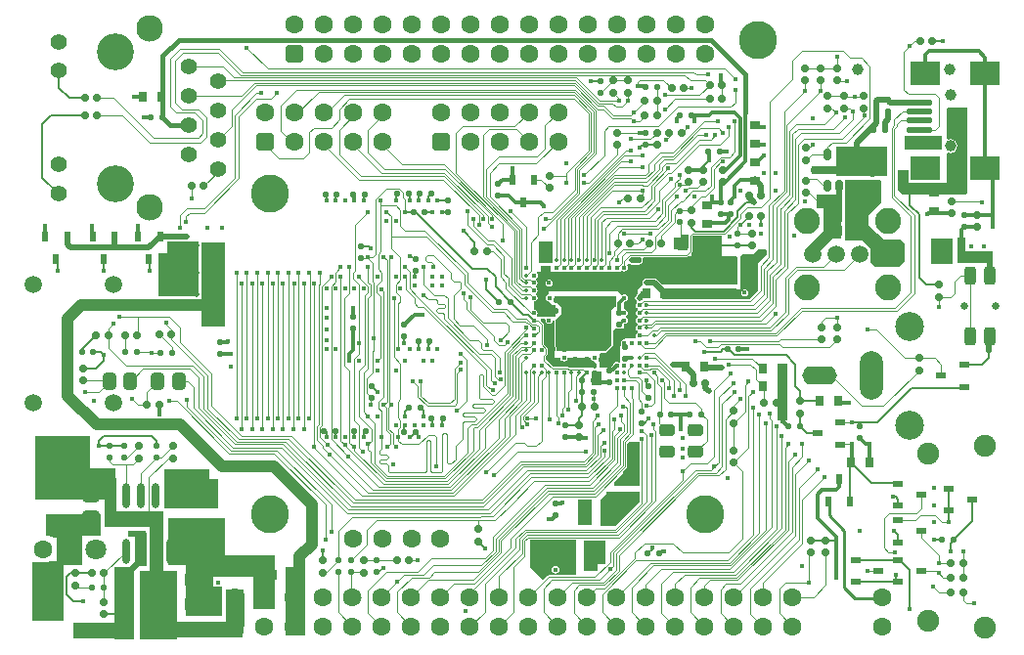
<source format=gbl>
G04 Layer_Physical_Order=4*
G04 Layer_Color=16711680*
%FSLAX44Y44*%
%MOMM*%
G71*
G01*
G75*
%ADD10C,0.1000*%
%ADD11R,0.9000X0.7000*%
%ADD12R,0.7000X0.9000*%
G04:AMPARAMS|DCode=13|XSize=0.5mm|YSize=0.45mm|CornerRadius=0.1125mm|HoleSize=0mm|Usage=FLASHONLY|Rotation=270.000|XOffset=0mm|YOffset=0mm|HoleType=Round|Shape=RoundedRectangle|*
%AMROUNDEDRECTD13*
21,1,0.5000,0.2250,0,0,270.0*
21,1,0.2750,0.4500,0,0,270.0*
1,1,0.2250,-0.1125,-0.1375*
1,1,0.2250,-0.1125,0.1375*
1,1,0.2250,0.1125,0.1375*
1,1,0.2250,0.1125,-0.1375*
%
%ADD13ROUNDEDRECTD13*%
G04:AMPARAMS|DCode=14|XSize=0.6mm|YSize=0.65mm|CornerRadius=0.15mm|HoleSize=0mm|Usage=FLASHONLY|Rotation=180.000|XOffset=0mm|YOffset=0mm|HoleType=Round|Shape=RoundedRectangle|*
%AMROUNDEDRECTD14*
21,1,0.6000,0.3500,0,0,180.0*
21,1,0.3000,0.6500,0,0,180.0*
1,1,0.3000,-0.1500,0.1750*
1,1,0.3000,0.1500,0.1750*
1,1,0.3000,0.1500,-0.1750*
1,1,0.3000,-0.1500,-0.1750*
%
%ADD14ROUNDEDRECTD14*%
G04:AMPARAMS|DCode=15|XSize=0.6mm|YSize=0.65mm|CornerRadius=0.15mm|HoleSize=0mm|Usage=FLASHONLY|Rotation=90.000|XOffset=0mm|YOffset=0mm|HoleType=Round|Shape=RoundedRectangle|*
%AMROUNDEDRECTD15*
21,1,0.6000,0.3500,0,0,90.0*
21,1,0.3000,0.6500,0,0,90.0*
1,1,0.3000,0.1750,0.1500*
1,1,0.3000,0.1750,-0.1500*
1,1,0.3000,-0.1750,-0.1500*
1,1,0.3000,-0.1750,0.1500*
%
%ADD15ROUNDEDRECTD15*%
G04:AMPARAMS|DCode=35|XSize=1.05mm|YSize=0.6mm|CornerRadius=0.15mm|HoleSize=0mm|Usage=FLASHONLY|Rotation=90.000|XOffset=0mm|YOffset=0mm|HoleType=Round|Shape=RoundedRectangle|*
%AMROUNDEDRECTD35*
21,1,1.0500,0.3000,0,0,90.0*
21,1,0.7500,0.6000,0,0,90.0*
1,1,0.3000,0.1500,0.3750*
1,1,0.3000,0.1500,-0.3750*
1,1,0.3000,-0.1500,-0.3750*
1,1,0.3000,-0.1500,0.3750*
%
%ADD35ROUNDEDRECTD35*%
G04:AMPARAMS|DCode=36|XSize=0.5mm|YSize=0.45mm|CornerRadius=0.1125mm|HoleSize=0mm|Usage=FLASHONLY|Rotation=180.000|XOffset=0mm|YOffset=0mm|HoleType=Round|Shape=RoundedRectangle|*
%AMROUNDEDRECTD36*
21,1,0.5000,0.2250,0,0,180.0*
21,1,0.2750,0.4500,0,0,180.0*
1,1,0.2250,-0.1375,0.1125*
1,1,0.2250,0.1375,0.1125*
1,1,0.2250,0.1375,-0.1125*
1,1,0.2250,-0.1375,-0.1125*
%
%ADD36ROUNDEDRECTD36*%
%ADD40C,0.3000*%
%ADD41C,0.1500*%
%ADD42C,0.1200*%
%ADD43C,0.2000*%
%ADD44C,0.7500*%
%ADD45C,0.1100*%
%ADD46C,0.1270*%
%ADD47C,0.5000*%
%ADD48C,0.2300*%
%ADD50C,1.0000*%
%ADD101C,3.3000*%
%ADD102O,2.0000X4.2000*%
%ADD103O,3.0000X1.6000*%
%ADD104C,2.5000*%
%ADD105C,1.6000*%
%ADD106C,1.8000*%
%ADD107C,2.2500*%
%ADD108C,1.5000*%
%ADD109C,1.9000*%
%ADD110C,1.0000*%
%ADD111C,1.4000*%
%ADD112C,3.2000*%
%ADD113C,2.3000*%
G04:AMPARAMS|DCode=114|XSize=1.6mm|YSize=1.6mm|CornerRadius=0.4mm|HoleSize=0mm|Usage=FLASHONLY|Rotation=0.000|XOffset=0mm|YOffset=0mm|HoleType=Round|Shape=RoundedRectangle|*
%AMROUNDEDRECTD114*
21,1,1.6000,0.8000,0,0,0.0*
21,1,0.8000,1.6000,0,0,0.0*
1,1,0.8000,0.4000,-0.4000*
1,1,0.8000,-0.4000,-0.4000*
1,1,0.8000,-0.4000,0.4000*
1,1,0.8000,0.4000,0.4000*
%
%ADD114ROUNDEDRECTD114*%
%ADD115C,0.6500*%
%ADD116C,0.4500*%
%ADD117C,0.4000*%
%ADD118C,0.3500*%
%ADD119C,0.3800*%
%ADD120C,0.5000*%
G04:AMPARAMS|DCode=123|XSize=1.15mm|YSize=1.45mm|CornerRadius=0.2875mm|HoleSize=0mm|Usage=FLASHONLY|Rotation=270.000|XOffset=0mm|YOffset=0mm|HoleType=Round|Shape=RoundedRectangle|*
%AMROUNDEDRECTD123*
21,1,1.1500,0.8750,0,0,270.0*
21,1,0.5750,1.4500,0,0,270.0*
1,1,0.5750,-0.4375,-0.2875*
1,1,0.5750,-0.4375,0.2875*
1,1,0.5750,0.4375,0.2875*
1,1,0.5750,0.4375,-0.2875*
%
%ADD123ROUNDEDRECTD123*%
G04:AMPARAMS|DCode=124|XSize=1.3mm|YSize=1.05mm|CornerRadius=0.2625mm|HoleSize=0mm|Usage=FLASHONLY|Rotation=0.000|XOffset=0mm|YOffset=0mm|HoleType=Round|Shape=RoundedRectangle|*
%AMROUNDEDRECTD124*
21,1,1.3000,0.5250,0,0,0.0*
21,1,0.7750,1.0500,0,0,0.0*
1,1,0.5250,0.3875,-0.2625*
1,1,0.5250,-0.3875,-0.2625*
1,1,0.5250,-0.3875,0.2625*
1,1,0.5250,0.3875,0.2625*
%
%ADD124ROUNDEDRECTD124*%
%ADD125R,0.9000X0.6000*%
G04:AMPARAMS|DCode=126|XSize=1.15mm|YSize=1.45mm|CornerRadius=0.2875mm|HoleSize=0mm|Usage=FLASHONLY|Rotation=180.000|XOffset=0mm|YOffset=0mm|HoleType=Round|Shape=RoundedRectangle|*
%AMROUNDEDRECTD126*
21,1,1.1500,0.8750,0,0,180.0*
21,1,0.5750,1.4500,0,0,180.0*
1,1,0.5750,-0.2875,0.4375*
1,1,0.5750,0.2875,0.4375*
1,1,0.5750,0.2875,-0.4375*
1,1,0.5750,-0.2875,-0.4375*
%
%ADD126ROUNDEDRECTD126*%
G04:AMPARAMS|DCode=127|XSize=2mm|YSize=2mm|CornerRadius=0.5mm|HoleSize=0mm|Usage=FLASHONLY|Rotation=180.000|XOffset=0mm|YOffset=0mm|HoleType=Round|Shape=RoundedRectangle|*
%AMROUNDEDRECTD127*
21,1,2.0000,1.0000,0,0,180.0*
21,1,1.0000,2.0000,0,0,180.0*
1,1,1.0000,-0.5000,0.5000*
1,1,1.0000,0.5000,0.5000*
1,1,1.0000,0.5000,-0.5000*
1,1,1.0000,-0.5000,-0.5000*
%
%ADD127ROUNDEDRECTD127*%
%ADD128O,0.6000X2.2000*%
G04:AMPARAMS|DCode=129|XSize=2.25mm|YSize=0.5mm|CornerRadius=0.125mm|HoleSize=0mm|Usage=FLASHONLY|Rotation=180.000|XOffset=0mm|YOffset=0mm|HoleType=Round|Shape=RoundedRectangle|*
%AMROUNDEDRECTD129*
21,1,2.2500,0.2500,0,0,180.0*
21,1,2.0000,0.5000,0,0,180.0*
1,1,0.2500,-1.0000,0.1250*
1,1,0.2500,1.0000,0.1250*
1,1,0.2500,1.0000,-0.1250*
1,1,0.2500,-1.0000,-0.1250*
%
%ADD129ROUNDEDRECTD129*%
%ADD130R,2.5000X2.1000*%
%ADD131R,0.6000X0.9000*%
G04:AMPARAMS|DCode=132|XSize=1.55mm|YSize=1mm|CornerRadius=0.25mm|HoleSize=0mm|Usage=FLASHONLY|Rotation=90.000|XOffset=0mm|YOffset=0mm|HoleType=Round|Shape=RoundedRectangle|*
%AMROUNDEDRECTD132*
21,1,1.5500,0.5000,0,0,90.0*
21,1,1.0500,1.0000,0,0,90.0*
1,1,0.5000,0.2500,0.5250*
1,1,0.5000,0.2500,-0.5250*
1,1,0.5000,-0.2500,-0.5250*
1,1,0.5000,-0.2500,0.5250*
%
%ADD132ROUNDEDRECTD132*%
%ADD133C,0.8000*%
%ADD134C,0.4000*%
%ADD135C,0.1300*%
%ADD136R,1.1000X3.8000*%
%ADD137R,1.4000X2.6000*%
%ADD138R,4.9000X1.9000*%
%ADD139R,1.5000X5.1000*%
%ADD140R,2.8000X1.1000*%
%ADD141R,0.7000X2.3000*%
%ADD142R,1.9000X2.2000*%
%ADD143R,1.6000X2.9000*%
%ADD144R,2.1000X1.2000*%
%ADD145R,1.9000X3.7000*%
%ADD146R,2.4750X0.8000*%
%ADD147R,2.8250X4.7000*%
%ADD148R,4.2000X1.4000*%
%ADD149R,4.8000X3.4000*%
%ADD150R,1.5000X3.8000*%
%ADD151R,1.2000X2.5000*%
%ADD152R,1.0000X4.2000*%
%ADD153R,4.9000X1.4000*%
%ADD154R,1.6000X0.6000*%
%ADD155R,1.0000X3.0000*%
%ADD156R,2.5000X4.1000*%
%ADD157R,2.9000X0.3000*%
%ADD158R,2.3000X2.8000*%
%ADD159R,1.8000X6.3000*%
%ADD160R,4.7000X1.9000*%
%ADD161R,2.4000X8.5000*%
%ADD162R,0.7000X3.0000*%
%ADD163R,8.4000X1.4000*%
%ADD164R,3.3000X5.9000*%
%ADD165R,3.9000X3.5000*%
%ADD166R,7.0000X2.7000*%
%ADD167R,1.2000X9.3000*%
%ADD168R,0.8501X5.0000*%
%ADD169R,1.3000X0.9750*%
%ADD170R,0.6500X1.3000*%
%ADD171R,1.3000X1.8250*%
%ADD172R,2.0000X7.3750*%
%ADD173R,2.7000X5.1000*%
%ADD174R,3.2001X1.2500*%
%ADD175R,1.7500X6.0000*%
%ADD176R,4.4250X2.6000*%
%ADD177R,1.2500X1.2500*%
%ADD178R,1.2500X0.7500*%
%ADD179R,1.2500X2.7500*%
%ADD180R,6.7000X0.8501*%
%ADD181R,0.9000X1.2000*%
%ADD182R,1.3000X2.3000*%
%ADD183R,1.9000X2.0000*%
%ADD184R,1.3000X1.6000*%
%ADD185C,0.3400*%
%ADD186C,0.3600*%
%ADD187C,0.3700*%
G36*
X453691Y280000D02*
X453924Y278829D01*
X454587Y277837D01*
X455579Y277174D01*
X456750Y276941D01*
X457920Y277174D01*
X458913Y277837D01*
X459576Y278829D01*
X459690Y279404D01*
X460958Y280237D01*
X461499Y280041D01*
Y247250D01*
X466741D01*
X466924Y246329D01*
X467587Y245337D01*
X468579Y244674D01*
X469750Y244441D01*
X470920Y244674D01*
X471913Y245337D01*
X472576Y246329D01*
X472759Y247250D01*
X492741D01*
X492924Y246329D01*
X493587Y245337D01*
X494580Y244674D01*
X495750Y244441D01*
X496105Y244512D01*
X497375Y243567D01*
Y239170D01*
X496446Y238303D01*
X495499Y239250D01*
X486369D01*
X485950Y239424D01*
X473482D01*
X472999Y239624D01*
X460423D01*
X454123Y245923D01*
Y249014D01*
X455048Y249939D01*
X455524Y251088D01*
Y255512D01*
X455048Y256660D01*
X451874Y259834D01*
Y276750D01*
X451398Y277898D01*
X449316Y279980D01*
X449842Y281250D01*
X452645D01*
X453691Y280000D01*
D02*
G37*
G36*
X514553Y301196D02*
Y295263D01*
X514451Y294750D01*
Y291664D01*
X512913D01*
X510499Y289250D01*
Y287250D01*
Y258250D01*
X505499Y253250D01*
X464000D01*
X463250Y254000D01*
X462791Y254459D01*
Y256625D01*
X462626Y257454D01*
X462581Y257521D01*
Y280041D01*
X462499Y280240D01*
Y280250D01*
X463499Y281250D01*
X467499Y285250D01*
Y288250D01*
Y291250D01*
X461499Y297250D01*
Y298250D01*
Y301250D01*
X514499D01*
X514553Y301196D01*
D02*
G37*
G36*
X534837Y174837D02*
X535376Y174477D01*
Y137000D01*
X513000D01*
Y140000D01*
Y140000D01*
X515000Y142000D01*
X521000Y148000D01*
Y149587D01*
X523948Y152535D01*
X524424Y153683D01*
Y173424D01*
X526000Y175000D01*
X534728D01*
X534837Y174837D01*
D02*
G37*
G36*
X480000Y59374D02*
X456350D01*
X455202Y58898D01*
X451526Y55223D01*
X440499Y66250D01*
Y89896D01*
X440749Y90000D01*
X480000D01*
Y59374D01*
D02*
G37*
G36*
X535376Y123376D02*
X532000Y120000D01*
X514000Y102000D01*
X501000D01*
Y125000D01*
X508000Y132000D01*
X535376D01*
Y123376D01*
D02*
G37*
G36*
X645376Y340373D02*
Y337127D01*
X639499Y331250D01*
X637499Y329250D01*
Y327250D01*
Y307501D01*
X637500Y307500D01*
X637499Y307499D01*
Y306250D01*
Y306250D01*
X630499Y299250D01*
X629621Y298372D01*
X554499D01*
Y307250D01*
X622499D01*
Y313250D01*
Y335250D01*
X624499Y337250D01*
X633499D01*
X636499Y340250D01*
X637499Y341250D01*
X644499D01*
X645376Y340373D01*
D02*
G37*
G36*
X606250Y335250D02*
X619250D01*
X619499Y335001D01*
Y311250D01*
X554047D01*
X550273Y315023D01*
X549116Y315797D01*
X547750Y316069D01*
X541250D01*
X539884Y315797D01*
X538727Y315023D01*
X537953Y313866D01*
X537681Y312500D01*
X537953Y311134D01*
X537975Y311101D01*
X533499Y306625D01*
Y303296D01*
X532227Y302023D01*
X531453Y300866D01*
X531181Y299500D01*
X531453Y298134D01*
X532227Y296977D01*
X532621Y296713D01*
Y295186D01*
X532587Y295163D01*
X531924Y294170D01*
X531691Y293000D01*
X531924Y291829D01*
X532587Y290837D01*
X533222Y290413D01*
Y289087D01*
X532587Y288663D01*
X531924Y287670D01*
X531691Y286500D01*
X531924Y285329D01*
X532587Y284337D01*
X533222Y283913D01*
Y282587D01*
X532587Y282163D01*
X531924Y281171D01*
X531691Y280000D01*
X531924Y278829D01*
X532587Y277837D01*
X533222Y277413D01*
Y276087D01*
X532587Y275663D01*
X531924Y274671D01*
X531691Y273500D01*
X531924Y272330D01*
X532587Y271337D01*
X533222Y270913D01*
Y269587D01*
X532587Y269163D01*
X531924Y268171D01*
X531691Y267000D01*
X531924Y265830D01*
X532131Y265520D01*
X531452Y264250D01*
X522000D01*
Y263764D01*
X521750Y263559D01*
X520579Y263326D01*
X519587Y262663D01*
X518924Y261670D01*
X518691Y260500D01*
X518913Y259387D01*
X518623Y258954D01*
X518458Y258125D01*
Y257208D01*
X518000Y256750D01*
Y244272D01*
X516948Y243473D01*
X516421Y243826D01*
X515250Y244059D01*
X514080Y243826D01*
X513087Y243163D01*
X512424Y242171D01*
X512327Y241682D01*
X510135Y239490D01*
X509874Y239542D01*
X507124D01*
X506295Y239377D01*
X505731Y239000D01*
X500000D01*
Y251000D01*
X501168Y252168D01*
X505499D01*
X505499Y252168D01*
X505698Y252250D01*
X506499D01*
X512508Y258259D01*
Y260000D01*
Y271508D01*
X514000Y273000D01*
X520000D01*
X520500Y272500D01*
X521750Y273750D01*
Y276941D01*
X522920Y277174D01*
X523913Y277837D01*
X524576Y278829D01*
X524809Y280000D01*
X524576Y281171D01*
X523913Y282163D01*
X523342Y282544D01*
X523322Y282597D01*
Y283903D01*
X523342Y283956D01*
X523913Y284337D01*
X524576Y285329D01*
X524809Y286500D01*
X524576Y287670D01*
X523913Y288663D01*
X522920Y289326D01*
X521750Y289559D01*
Y295895D01*
X522432Y296577D01*
X522920Y296674D01*
X523913Y297337D01*
X524576Y298330D01*
X524809Y299500D01*
X524576Y300671D01*
X523913Y301663D01*
X522920Y302326D01*
X521750Y302559D01*
X520579Y302326D01*
X519587Y301663D01*
X516381Y304869D01*
X456750D01*
Y302618D01*
X455653Y302400D01*
X454661Y301737D01*
X453998Y300744D01*
X453765Y299574D01*
X453998Y298403D01*
X454661Y297411D01*
X455653Y296748D01*
X456750Y296530D01*
Y296250D01*
X460000Y293000D01*
X462276D01*
Y284148D01*
X461378Y283250D01*
X446572Y283250D01*
X446243Y283793D01*
X446035Y284520D01*
X446576Y285329D01*
X446809Y286500D01*
X446576Y287670D01*
X445913Y288663D01*
X444921Y289326D01*
X443750Y289559D01*
Y296441D01*
X444921Y296674D01*
X445913Y297337D01*
X446576Y298330D01*
X446809Y299500D01*
X446576Y300671D01*
X445913Y301663D01*
X445342Y302044D01*
X445322Y302097D01*
Y303403D01*
X445342Y303456D01*
X445913Y303837D01*
X446576Y304830D01*
X446809Y306000D01*
X446576Y307171D01*
X445913Y308163D01*
X445342Y308544D01*
X445322Y308597D01*
Y309903D01*
X445342Y309956D01*
X445913Y310337D01*
X446576Y311329D01*
X446809Y312500D01*
X446576Y313671D01*
X445913Y314663D01*
X445434Y314983D01*
X445357Y315342D01*
X445464Y316414D01*
X446163Y316881D01*
X446826Y317873D01*
X447059Y319044D01*
X446826Y320215D01*
X446314Y320980D01*
X446575Y321809D01*
X446877Y322250D01*
X518499D01*
X519586Y323337D01*
X519587Y323337D01*
X520579Y322674D01*
X521750Y322441D01*
X522920Y322674D01*
X523913Y323337D01*
X524576Y324329D01*
X524809Y325500D01*
X524576Y326670D01*
X523913Y327663D01*
X525727Y329477D01*
X526884Y328703D01*
X528250Y328431D01*
X534000D01*
X534000Y328431D01*
X535366Y328703D01*
X535374Y328708D01*
X535375D01*
X536204Y328873D01*
X536907Y329343D01*
X537377Y330046D01*
X537542Y330875D01*
Y331865D01*
X537569Y332000D01*
X537542Y332136D01*
Y333125D01*
X537496Y333356D01*
X538339Y334626D01*
X575500D01*
X576648Y335102D01*
X576796Y335250D01*
X580250D01*
Y338704D01*
X580398Y338852D01*
X580874Y340000D01*
Y353078D01*
X581172Y353376D01*
X606250D01*
Y335250D01*
D02*
G37*
G36*
X819000Y391000D02*
X817000Y389000D01*
X763000D01*
X759000Y393000D01*
Y410000D01*
X768000D01*
Y399000D01*
X801000D01*
Y424378D01*
X802270Y425228D01*
X804000Y424883D01*
X806341Y425349D01*
X808326Y426675D01*
X809652Y428660D01*
X810118Y431001D01*
X809652Y433342D01*
X808326Y435327D01*
X806341Y436653D01*
X804000Y437119D01*
X802270Y436774D01*
X801000Y437624D01*
Y463000D01*
X801414Y464000D01*
X819000D01*
Y391000D01*
D02*
G37*
G36*
X744250Y401000D02*
Y384000D01*
Y382000D01*
X734250Y372000D01*
X733250Y371000D01*
Y355000D01*
X737250Y351000D01*
X738250Y350000D01*
X761250D01*
X763250Y348000D01*
X764250Y347000D01*
Y331000D01*
X764250D01*
X760250Y327000D01*
X759250Y326000D01*
X739250D01*
X735250Y330000D01*
Y342000D01*
X729250Y348000D01*
X728250Y349000D01*
X713250D01*
Y402000D01*
X743250D01*
X744250Y401000D01*
D02*
G37*
%LPC*%
G36*
X625999Y307056D02*
X624829Y306823D01*
X623836Y306160D01*
X623173Y305168D01*
X622940Y303997D01*
X623173Y302826D01*
X623836Y301834D01*
X624829Y301171D01*
X625999Y300938D01*
X627170Y301171D01*
X628162Y301834D01*
X628825Y302826D01*
X629058Y303997D01*
X628825Y305168D01*
X628162Y306160D01*
X627170Y306823D01*
X625999Y307056D01*
D02*
G37*
G36*
X462250Y67314D02*
X460982Y67061D01*
X459907Y66343D01*
X459189Y65268D01*
X458936Y64000D01*
X459189Y62732D01*
X459907Y61657D01*
X460982Y60939D01*
X462250Y60686D01*
X463518Y60939D01*
X464593Y61657D01*
X465311Y62732D01*
X465564Y64000D01*
X465311Y65268D01*
X464593Y66343D01*
X463518Y67061D01*
X462250Y67314D01*
D02*
G37*
G36*
X456750Y315559D02*
X455579Y315326D01*
X454587Y314663D01*
X453924Y313671D01*
X453691Y312500D01*
X453924Y311329D01*
X454587Y310337D01*
X455579Y309674D01*
X456750Y309441D01*
X457920Y309674D01*
X458913Y310337D01*
X459576Y311329D01*
X459809Y312500D01*
X459576Y313671D01*
X458913Y314663D01*
X457920Y315326D01*
X456750Y315559D01*
D02*
G37*
%LPD*%
D10*
X179250Y165000D02*
X218250D01*
X128250Y210000D02*
X134250D01*
X179250Y165000D01*
X181250Y167000D02*
X221250D01*
X143250Y205000D02*
Y211000D01*
Y205000D02*
X181250Y167000D01*
X183250Y170000D02*
X225000D01*
X149000Y204250D02*
Y210000D01*
Y204250D02*
X183250Y170000D01*
X153000Y204250D02*
Y231000D01*
Y204250D02*
X184250Y173000D01*
X226000D01*
X186250Y175000D02*
X229000D01*
X157500Y203750D02*
Y231750D01*
Y203750D02*
X186250Y175000D01*
X187750Y177500D02*
X231500D01*
X190250Y180000D02*
X234000D01*
X429094Y166168D02*
X489168D01*
X291934Y260000D02*
Y302934D01*
X569749Y444250D02*
X573499D01*
X318604Y206554D02*
Y333808D01*
X729000Y456000D02*
Y463750D01*
X573000Y483000D02*
X575000Y481000D01*
X552250Y191000D02*
Y198750D01*
X500000Y477500D02*
X502250D01*
X588750Y198750D02*
Y203250D01*
X523077Y427000D02*
X528000D01*
X331304Y318568D02*
X332574Y317298D01*
X75001Y226501D02*
Y228002D01*
X75250Y256000D02*
Y267500D01*
Y256000D02*
X90250Y241000D01*
X148250D01*
X157500Y231750D01*
X113001Y252252D02*
X119998D01*
X129500Y268000D02*
Y271750D01*
X125001Y276249D02*
X129500Y271750D01*
X125001Y276249D02*
Y278252D01*
X312600Y432000D02*
X329600Y415000D01*
X275000Y424000D02*
Y445200D01*
X367000Y411000D02*
X407000Y371000D01*
X300000Y425000D02*
Y444800D01*
Y425000D02*
X314000Y411000D01*
X366000Y415000D02*
X417000Y364000D01*
X504250Y444000D02*
X508250Y448000D01*
X504250Y423250D02*
Y444000D01*
X487000Y406000D02*
X504250Y423250D01*
X694250Y423500D02*
X698000D01*
X681750Y429250D02*
X685000Y432500D01*
X679250Y429250D02*
X681750D01*
X680000Y402750D02*
X688250D01*
X694500Y396500D01*
X698000D01*
X746250Y206000D02*
X777000Y236750D01*
X727000Y206000D02*
X746250D01*
X764750Y247250D02*
X777000D01*
X732000Y272000D02*
X740000D01*
X764750Y247250D01*
X796000Y232000D02*
Y242000D01*
X790750Y247250D02*
X796000Y242000D01*
X777000Y247250D02*
X790750D01*
X757444Y288050D02*
X773000Y303606D01*
Y371000D01*
X755499Y388501D02*
X773000Y371000D01*
X756450Y290450D02*
X770000Y304000D01*
Y370000D01*
X753199Y386801D02*
X770000Y370000D01*
X701000Y232000D02*
X727000Y206000D01*
X672600Y40400D02*
X685400D01*
X696000Y51000D01*
X681500Y77250D02*
X683000Y78750D01*
X681500Y53000D02*
Y77250D01*
X696000Y51000D02*
Y78750D01*
X667000Y153000D02*
X676000Y162000D01*
X664000Y158000D02*
X670000Y164000D01*
X516999Y76999D02*
X585650Y145650D01*
X514699Y77952D02*
X584697Y147950D01*
X585650Y145650D02*
X603899D01*
X584697Y147950D02*
X601199D01*
X423249Y91000D02*
X459999Y127750D01*
X428000Y91251D02*
X435749Y99000D01*
X431000Y89000D02*
Y90998D01*
X433300Y90046D02*
X437654Y94400D01*
X435600Y89093D02*
X438607Y92100D01*
X435749Y99000D02*
X514242D01*
X459999Y127750D02*
X496867D01*
X91750Y161000D02*
X102000Y171250D01*
X89000Y161000D02*
X91750D01*
X146000Y238000D02*
X153000Y231000D01*
X94750Y227500D02*
X105250Y238000D01*
X146000D01*
X108751Y217751D02*
X118000Y227000D01*
X108751Y207252D02*
Y217751D01*
X100748Y207252D02*
X108751D01*
X96000Y212000D02*
X100748Y207252D01*
X231500Y177500D02*
X287000Y122000D01*
X234000Y180000D02*
X289000Y125000D01*
X282000Y113000D02*
X405500D01*
X226000Y173000D02*
X283000Y116000D01*
X229000Y175000D02*
X285000Y119000D01*
X225000Y170000D02*
X282000Y113000D01*
X388501Y289248D02*
X399497Y278252D01*
X419001D01*
X422001Y275252D01*
Y270752D02*
Y275252D01*
X414499Y263250D02*
X422001Y270752D01*
X418252Y258252D02*
X421000Y261000D01*
X408547Y262706D02*
Y266373D01*
Y262706D02*
X413001Y258252D01*
X418252D01*
X382751Y298252D02*
Y303252D01*
Y298252D02*
X385001Y296002D01*
Y289920D02*
Y296002D01*
Y289920D02*
X408547Y266373D01*
X388501Y289248D02*
Y300138D01*
X351522Y292000D02*
X406270Y237252D01*
Y228479D02*
X409499Y225250D01*
X406270Y228479D02*
Y237252D01*
X369034Y281966D02*
X387748Y263252D01*
X400001Y254252D02*
X407497D01*
X387748Y263252D02*
X395001D01*
X398001Y260252D01*
Y256252D02*
Y260252D01*
Y256252D02*
X400001Y254252D01*
X377001Y202252D02*
X385001Y210252D01*
X380001Y251252D02*
X385001Y246252D01*
Y210252D02*
Y246252D01*
X403001Y258252D02*
Y263345D01*
X390958Y275388D02*
X403001Y263345D01*
X379564Y275388D02*
X390958D01*
X407497Y254252D02*
X413950Y247799D01*
Y234800D02*
Y247799D01*
X406071Y251322D02*
X409999Y247394D01*
X396010Y251322D02*
X406071D01*
X365751Y281581D02*
X396010Y251322D01*
X417999Y252908D02*
X437250Y272159D01*
Y273500D01*
X417999Y223801D02*
Y252908D01*
X347703Y292009D02*
X402499Y237213D01*
X343187Y292009D02*
X347703D01*
X402499Y224250D02*
Y237213D01*
X348000Y311000D02*
X357000Y302000D01*
X349751Y332379D02*
X351501Y330629D01*
X354874D01*
X356196Y329307D01*
Y325934D02*
Y329307D01*
X349751Y332379D02*
Y334598D01*
X351501Y336348D02*
X356704D01*
X349751Y334598D02*
X351501Y336348D01*
X373850Y281101D02*
X379564Y275388D01*
X373850Y281101D02*
Y301850D01*
X356704Y336348D02*
X371944Y321108D01*
X343179Y300343D02*
X351522Y292000D01*
X343179Y300343D02*
Y300343D01*
X340194Y295002D02*
Y299518D01*
Y295002D02*
X343187Y292009D01*
X359244Y288088D02*
X360501Y286831D01*
X365751Y281581D02*
Y285502D01*
X364422Y286831D02*
X365751Y285502D01*
X360501Y286831D02*
X364422D01*
X360751Y294438D02*
X365594D01*
X359751Y295438D02*
X360751Y294438D01*
X359751Y295438D02*
Y297002D01*
X358751Y298002D02*
X359751Y297002D01*
X351998Y298002D02*
X358751D01*
X348068Y301932D02*
X351998Y298002D01*
X330499Y386501D02*
X332000Y385000D01*
X630499Y296749D02*
X640000Y306250D01*
X534750Y293000D02*
X538499Y296749D01*
X630499D01*
X534750Y260500D02*
X539000Y256250D01*
X547503D01*
X450250Y259162D02*
Y276750D01*
X542892Y415392D02*
X552750Y425250D01*
X563499D01*
X547500Y415000D02*
X554750Y422250D01*
X563752D01*
X552000Y415000D02*
X556250Y419250D01*
X564004D01*
X586499Y436250D02*
X596499D01*
X554470Y412500D02*
X558220Y416250D01*
X566499D01*
X586499Y436250D01*
X562147Y407500D02*
X586897Y432250D01*
X604750D01*
X569499Y402776D02*
Y406250D01*
X565915Y399192D02*
X569499Y402776D01*
X560000Y407500D02*
X562147D01*
X604750Y432250D02*
X612498Y439998D01*
X596499Y436250D02*
X600499Y440250D01*
X585004D02*
X592499D01*
X564004Y419250D02*
X585004Y440250D01*
X563752Y422250D02*
X587752Y446250D01*
X563499Y425250D02*
X590748Y452499D01*
X573499Y444250D02*
X576499Y447250D01*
X612498Y439998D02*
Y447498D01*
X587752Y446250D02*
X603750D01*
X607500Y442500D01*
X597000Y413023D02*
X605363Y421386D01*
X590748Y452499D02*
X602499D01*
X605363Y421386D02*
X605729D01*
X605843Y421500D01*
X612749D01*
X617501Y426252D01*
X698000Y430751D02*
X701499Y434250D01*
X698000Y423500D02*
Y430751D01*
X753199Y446452D02*
X755494Y448747D01*
X674450Y290450D02*
X756450D01*
X541250Y260500D02*
X548500D01*
X557000Y269000D01*
X755494Y453898D02*
X762598Y461001D01*
X776940D01*
X653000Y269000D02*
X674450Y290450D01*
X557000Y269000D02*
X653000D01*
X755494Y448747D02*
Y453898D01*
X757894Y447894D02*
Y450000D01*
X675303Y288050D02*
X757444D01*
X557953Y266700D02*
X653953D01*
X547503Y256250D02*
X557953Y266700D01*
X757894Y450000D02*
X760894Y453000D01*
X776940D01*
X653953Y266700D02*
X675303Y288050D01*
X753199Y386801D02*
Y446452D01*
X755499Y445499D02*
X757894Y447894D01*
X755499Y388501D02*
Y445499D01*
X794499Y300250D02*
X804499D01*
X807499Y303250D01*
Y313250D01*
X812749Y318500D01*
X820999D01*
Y266000D02*
Y318500D01*
X794499Y291250D02*
Y300250D01*
X408149Y92900D02*
X452749Y137500D01*
X415149Y88900D02*
X456399Y130150D01*
X412799Y89874D02*
X455425Y132500D01*
X410499Y90826D02*
X454673Y135000D01*
X452749Y137500D02*
X491749D01*
X456399Y130150D02*
X495873D01*
X455425Y132500D02*
X494899D01*
X454673Y135000D02*
X494147D01*
X268035Y309787D02*
X271820Y313572D01*
X268035Y306308D02*
Y309787D01*
X268000Y306343D02*
X268035Y306308D01*
Y176965D02*
Y306308D01*
X327494Y296250D02*
Y301000D01*
X325970Y294726D02*
X327494Y296250D01*
X325970Y254814D02*
Y294726D01*
X503000Y375000D02*
X539000D01*
X548000Y384000D01*
Y395500D01*
X537000Y378000D02*
X545000Y386000D01*
Y397014D01*
X283000Y162000D02*
X309435Y135565D01*
X268035Y176965D02*
X283000Y162000D01*
X304248Y133095D02*
X371891D01*
X265343Y172000D02*
X304248Y133095D01*
X255700Y176454D02*
X261000Y171154D01*
Y169497D02*
X267000Y163497D01*
X261000Y169497D02*
Y171154D01*
X253400Y170600D02*
Y311897D01*
X255700Y176454D02*
Y188072D01*
X190500Y185997D02*
Y311997D01*
X195000Y320997D02*
X195000Y320997D01*
X195000Y194997D02*
Y320997D01*
X199500Y185997D02*
Y311997D01*
X204000Y194997D02*
Y320997D01*
X208500Y185997D02*
Y311997D01*
X217500Y311997D02*
X217526Y311971D01*
Y186023D02*
Y311971D01*
X217500Y185997D02*
X217526Y186023D01*
X222000Y194997D02*
Y320997D01*
X226500Y185997D02*
Y311997D01*
X231000Y195000D02*
Y320997D01*
X235500Y311500D02*
X236000Y312000D01*
X235500Y185997D02*
Y311500D01*
X240000Y195000D02*
X240000Y195000D01*
Y320997D01*
X244500Y311838D02*
X244659Y311997D01*
X244500Y185997D02*
Y311838D01*
X257500Y189872D02*
Y310843D01*
X255700Y188072D02*
X257500Y189872D01*
X259800Y188919D02*
Y309548D01*
X258000Y187119D02*
X259800Y188919D01*
Y309548D02*
X267999Y317747D01*
X257500Y310843D02*
X258000Y311343D01*
X253400Y311897D02*
X253500Y311997D01*
X249324Y320967D02*
X249400Y320891D01*
Y195370D02*
Y320891D01*
Y195370D02*
X249770Y195000D01*
X267999Y317747D02*
Y317998D01*
X258000Y311343D02*
Y320997D01*
X257999Y320998D02*
X258000Y320997D01*
X276000Y175997D02*
Y306999D01*
X284000Y174356D02*
Y236742D01*
X292179Y169733D02*
Y189000D01*
X276000Y175997D02*
X279981Y172016D01*
X309435Y135565D02*
X370551D01*
X292179Y169733D02*
X295744Y166168D01*
X288000Y193179D02*
X292179Y189000D01*
X284000Y174356D02*
X288000Y170356D01*
X275999Y307000D02*
Y317998D01*
Y307000D02*
X276000Y306999D01*
X284060Y303318D02*
Y325934D01*
X292000Y303000D02*
Y310882D01*
X292188Y317216D02*
X299821Y309583D01*
Y304596D02*
Y309583D01*
X297014Y301789D02*
X299821Y304596D01*
X691000Y232000D02*
X701000D01*
X706000Y263750D02*
X706000Y263750D01*
X658700Y257000D02*
X699250D01*
X656000Y259700D02*
X658700Y257000D01*
X699250D02*
X706000Y263750D01*
X680000Y263750D02*
X693000D01*
X680000Y263750D02*
X680000Y263750D01*
X605700Y259700D02*
X656000D01*
X603000Y257000D02*
X605700Y259700D01*
X655000Y262000D02*
X656750Y263750D01*
X680000D01*
X641751Y222999D02*
X642750Y222000D01*
Y209000D02*
Y222000D01*
X596000Y262000D02*
X655000D01*
X593000Y257000D02*
X603000D01*
X706000Y274250D02*
Y282000D01*
X696000D02*
X706000D01*
X693000Y279000D02*
X696000Y282000D01*
X693000Y274250D02*
Y279000D01*
X663435Y286112D02*
Y312500D01*
X648973Y271650D02*
X663435Y286112D01*
X711999Y324000D02*
X725250Y337251D01*
X671500Y324000D02*
X711999D01*
X663400Y315900D02*
X671500Y324000D01*
X663400Y307456D02*
Y315900D01*
X553973Y271650D02*
X648973D01*
X694399Y326400D02*
X705250Y337251D01*
X670506Y326400D02*
X694399D01*
X661000Y316894D02*
X670506Y326400D01*
X661000Y287000D02*
Y316894D01*
X644000Y277000D02*
X653000Y286000D01*
X548999Y277000D02*
X644000D01*
X599750Y219750D02*
X614000Y234000D01*
X588000Y262000D02*
X593000Y257000D01*
X583000Y262000D02*
X588000D01*
X515750Y178047D02*
X521748Y184045D01*
X513400Y180000D02*
X517998Y184598D01*
Y185999D01*
X522800Y153683D02*
Y175000D01*
X532000Y228000D02*
X534000Y226000D01*
X521750Y228000D02*
X532000D01*
X534000Y231000D02*
X537000Y228000D01*
Y219000D02*
X543000Y213000D01*
X537000Y219000D02*
Y228000D01*
X438607Y92100D02*
X517100D01*
X572000Y141758D02*
Y149000D01*
X447000Y280000D02*
X450250Y276750D01*
X443750Y280000D02*
X447000D01*
X419374Y308126D02*
X441000Y286500D01*
X419374Y308126D02*
Y313126D01*
X421674Y310074D02*
X432247Y299500D01*
X440500Y309250D02*
X443750Y306000D01*
X428700Y313800D02*
X433250Y309250D01*
X424100Y310900D02*
X432250Y302750D01*
X433247Y306000D02*
X437250D01*
X426400Y312847D02*
X433247Y306000D01*
X421674Y310074D02*
Y316674D01*
X417700Y320647D02*
X421674Y316674D01*
X415000Y317500D02*
X419374Y313126D01*
X502250Y332000D02*
Y365250D01*
X432247Y299500D02*
X437250D01*
X441000Y286500D02*
X443750D01*
X386494Y362506D02*
Y374506D01*
X541000Y372000D02*
X552000Y383000D01*
X504000Y372000D02*
X541000D01*
X544000Y369000D02*
X551000Y376000D01*
X506000Y369000D02*
X544000D01*
X502250Y365250D02*
X506000Y369000D01*
X548500Y366000D02*
X555000Y372500D01*
X617501Y426252D02*
Y452331D01*
X815000Y43750D02*
X815250Y44000D01*
X815000Y37500D02*
Y43750D01*
Y37500D02*
X817500Y35000D01*
X825000D01*
X815000Y70250D02*
X815250Y70000D01*
X815000Y70250D02*
Y80000D01*
X815250Y57000D02*
Y70000D01*
X794000D02*
X804750D01*
X804250Y57500D02*
X804750Y57000D01*
X797500Y57500D02*
X804250D01*
X794000Y61000D02*
X797500Y57500D01*
X94000Y227500D02*
X94750D01*
X129000Y465000D02*
Y507000D01*
X134000Y460000D02*
X150000D01*
X129000Y465000D02*
X134000Y460000D01*
X75250Y267500D02*
Y272750D01*
X80000Y277500D01*
X423000Y120000D02*
X444000Y141000D01*
X407750Y110750D02*
X441000Y144000D01*
X405500Y113000D02*
X440000Y147500D01*
X403500Y116000D02*
X437500Y150000D01*
X89750Y267500D02*
X90000Y267250D01*
Y252500D02*
Y267250D01*
X100250Y267500D02*
X100500Y267750D01*
X557499Y383276D02*
X570000Y395777D01*
Y397500D01*
X555000Y385000D02*
X565915Y395915D01*
X512500Y487750D02*
X525000D01*
X550000Y482500D02*
X550250Y482250D01*
Y470000D02*
Y482250D01*
Y457500D02*
Y470000D01*
X129000Y507000D02*
X137000Y515000D01*
X65250Y472500D02*
X80000D01*
X157000Y442000D02*
Y453000D01*
X150000Y460000D02*
X157000Y453000D01*
X153000Y438000D02*
X157000Y442000D01*
X114500Y438000D02*
X153000D01*
X80000Y472500D02*
X114500Y438000D01*
X160000Y439000D02*
Y456000D01*
X153000Y463000D02*
X160000Y456000D01*
X155000Y434000D02*
X160000Y439000D01*
X111000Y434000D02*
X155000D01*
X65250Y457500D02*
X87500D01*
X111000Y434000D01*
X583500Y166250D02*
X593250Y176000D01*
Y194250D01*
X588750Y198750D02*
X593250Y194250D01*
X583500Y208500D02*
X588750Y203250D01*
X440500Y302750D02*
X443750Y299500D01*
X324000Y304494D02*
X327494Y301000D01*
X324000Y304494D02*
Y311179D01*
X327821Y315000D01*
X336179Y307343D02*
Y321821D01*
X332066Y325934D02*
X336179Y321821D01*
X371944Y316000D02*
Y321108D01*
Y316000D02*
X373944Y314000D01*
X379000D01*
X380000Y313000D01*
Y308000D02*
Y313000D01*
X373850Y301850D02*
X380000Y308000D01*
X286854Y316028D02*
X292000Y310882D01*
X279742Y299000D02*
X284060Y303318D01*
X271820Y313572D02*
Y321568D01*
X276186Y325934D01*
X369034Y281966D02*
Y298966D01*
X366000Y302000D02*
X369034Y298966D01*
X357000Y302000D02*
X366000D01*
X348000Y311000D02*
Y326000D01*
X441794Y207824D02*
X443750Y209780D01*
Y234500D01*
X479894Y210618D02*
Y231645D01*
X432904Y243154D02*
X437252Y247501D01*
X425284Y250242D02*
X430750Y255520D01*
X391248Y186488D02*
X392264Y187758D01*
X444714Y207062D02*
X447000Y209348D01*
X314794Y140768D02*
X368134D01*
X396074Y168454D01*
X365594Y294438D02*
X366864Y293168D01*
Y291898D02*
Y293168D01*
X365594Y290628D02*
X366864Y291898D01*
X360514Y290628D02*
X365594D01*
X359244Y289358D02*
X360514Y290628D01*
X359244Y288088D02*
Y289358D01*
X332574Y307138D02*
Y317298D01*
Y307138D02*
X340194Y299518D01*
X309714Y164898D02*
X310984Y163628D01*
X316064D01*
X317334Y162358D01*
X309206Y203760D02*
Y209094D01*
X311492Y307138D02*
X313524Y305106D01*
Y213412D02*
Y305106D01*
X309206Y209094D02*
X313524Y213412D01*
X351624Y176328D02*
X352894D01*
X354164Y175058D01*
Y149658D02*
Y175058D01*
Y149658D02*
X355434Y148388D01*
X363054D01*
X364324Y149658D01*
Y181408D01*
X365594Y182678D01*
X366864D01*
X368134Y181408D01*
Y157278D02*
Y181408D01*
Y157278D02*
X369404Y156008D01*
X371944D01*
X375754Y159818D01*
X302094Y157278D02*
Y166168D01*
Y157278D02*
X316064Y143308D01*
X366864D01*
X391248Y167438D01*
X286854Y316028D02*
Y321108D01*
X308190Y244908D02*
X310730Y247702D01*
X319874Y342698D02*
Y352858D01*
X350354D01*
X316064Y373940D02*
X319874Y370130D01*
Y352858D02*
Y370130D01*
X401154Y186234D02*
X427824Y213158D01*
X417918Y195378D02*
X432904Y210618D01*
X422744Y196394D02*
X435444Y209348D01*
X386168Y186488D02*
X389724Y190298D01*
X427824Y197664D02*
X437984Y208078D01*
X396074Y184964D02*
X425284Y214428D01*
X431634Y197918D02*
X441794Y207824D01*
X408774Y209348D02*
Y210618D01*
X407504Y208078D02*
X408774Y209348D01*
X392010Y208078D02*
X407504D01*
X375754Y171248D02*
X382104Y177598D01*
X437984Y195378D02*
X445604D01*
X402424Y148388D02*
X427824Y173788D01*
X435444D01*
X437984Y171248D01*
X359244Y153468D02*
Y178868D01*
X434046Y194108D02*
X437856Y190298D01*
X434046Y196648D02*
X444714Y207062D01*
X434046Y194108D02*
Y196648D01*
X307428Y310000D02*
X312000Y314572D01*
X307428Y304344D02*
Y310000D01*
X289000Y323207D02*
Y362878D01*
X300062Y373940D01*
X286854Y321108D02*
X289000Y323207D01*
X299998Y313064D02*
Y325998D01*
Y313064D02*
X302312Y310751D01*
X294000Y334000D02*
X300000D01*
X304000Y330000D01*
Y314000D02*
Y330000D01*
Y314000D02*
X305000Y313000D01*
X307428Y304344D02*
X310730Y301042D01*
Y247702D02*
Y301042D01*
X292188Y317216D02*
Y317806D01*
X302312Y302000D02*
Y310751D01*
X291934Y302934D02*
X292000Y303000D01*
X299554Y299242D02*
X302312Y302000D01*
X324000Y379528D02*
X328000Y375528D01*
Y362000D02*
Y375528D01*
Y362000D02*
X331978Y358022D01*
X349000D01*
X310984Y379528D02*
X324000D01*
X332000Y374000D02*
Y385000D01*
X336179Y307343D02*
X343179Y300343D01*
X351522Y292000D02*
X351522D01*
X327821Y315000D02*
Y334751D01*
X319874Y342698D02*
X327821Y334751D01*
X312000Y314572D02*
Y321000D01*
X306000Y156441D02*
X316963Y145478D01*
X365961D01*
X386168Y165686D01*
Y186488D01*
X391248Y167438D02*
Y186488D01*
X396074Y168454D02*
Y184964D01*
X412838Y194135D02*
X414703Y196000D01*
X430364Y211888D01*
X311999Y169284D02*
Y178869D01*
X309714Y167000D02*
X311999Y169284D01*
X309714Y164898D02*
Y167000D01*
X300000Y168262D02*
X302094Y166168D01*
X279742Y241000D02*
X284000Y236742D01*
X288000Y167562D02*
X314794Y140768D01*
X279742Y241000D02*
Y299000D01*
X300000Y168262D02*
Y171000D01*
X306000Y156441D02*
Y191083D01*
X288000Y167562D02*
Y170356D01*
X300000Y173000D02*
X303000Y176000D01*
Y186000D01*
X325970Y176030D02*
Y178868D01*
X329000Y173000D02*
X344000D01*
X352000Y181000D01*
X357112D01*
X359244Y178868D01*
X325970D02*
Y185566D01*
Y195672D02*
X327821Y193821D01*
X325970Y195672D02*
Y209602D01*
X288000Y247000D02*
X292000Y251000D01*
Y260000D01*
X299554Y238554D02*
Y299242D01*
X305000Y264607D02*
Y313000D01*
Y254000D02*
Y264607D01*
X304000Y253000D02*
X305000Y254000D01*
X288000Y193179D02*
Y247000D01*
X292000Y197000D02*
Y236986D01*
X297014Y242000D01*
Y301789D01*
X292000Y197000D02*
X303000Y186000D01*
X300083Y197000D02*
X306000Y191083D01*
X296000Y201083D02*
X300083Y197000D01*
X296000Y201083D02*
Y235000D01*
X299554Y238554D01*
X302000Y207000D02*
Y212000D01*
X303000Y213000D01*
X298965Y225262D02*
X299000Y225297D01*
X298965Y217035D02*
X303000Y213000D01*
X298965Y217035D02*
Y225262D01*
X299000Y225297D02*
Y230000D01*
X304000Y235000D01*
Y253000D01*
X383212Y310788D02*
Y320000D01*
X350354Y352858D02*
X383212Y320000D01*
X386022Y312978D02*
Y321000D01*
Y312978D02*
X409000Y290000D01*
X349000Y358022D02*
X386022Y321000D01*
X485950Y237800D02*
X489250Y234500D01*
X450250Y241000D02*
X453500Y237750D01*
X450250Y228000D02*
X453500Y231250D01*
X450250Y176000D02*
Y228000D01*
X445498Y171248D02*
X450250Y176000D01*
X437984Y171248D02*
X445498D01*
X537692Y397085D02*
X537777Y397000D01*
X469402Y332000D02*
X469750D01*
X463250Y325500D02*
X466500Y328750D01*
X476250Y325500D02*
X479500Y328750D01*
X489250Y325500D02*
X492500Y328750D01*
X537777Y397000D02*
X541493D01*
X537000Y413000D02*
X537500Y412500D01*
X527500Y427500D02*
X528000Y427000D01*
X537000Y423000D02*
X537500Y422500D01*
X541000Y400000D02*
X552000Y411000D01*
X541493Y397000D02*
X554470Y409977D01*
Y412500D01*
X552000Y411000D02*
Y415000D01*
X545000Y397014D02*
X560000Y412014D01*
X555000Y372500D02*
Y385000D01*
X547500Y410000D02*
Y415000D01*
X542892Y408461D02*
Y415392D01*
X544950Y276700D02*
X548250Y280000D01*
X640000D01*
X586750Y475000D02*
X595750Y484000D01*
X254000Y169220D02*
X295065Y128155D01*
X374571D01*
X369152Y138035D02*
X401154Y170037D01*
Y186234D01*
X280504Y170999D02*
X313468Y138035D01*
X369152D01*
X640000Y280000D02*
X652500Y292500D01*
X541250Y286500D02*
X636500D01*
X647500Y297500D01*
X633000Y293000D02*
X642500Y302500D01*
X541250Y293000D02*
X633000D01*
X652500Y292500D02*
Y315000D01*
X663250Y325750D01*
X650100Y295100D02*
Y317600D01*
X660000Y327500D01*
X647500Y297500D02*
Y320000D01*
X656750Y329250D01*
X645100Y300100D02*
Y322600D01*
X653500Y331000D01*
X642500Y325000D02*
X650250Y332750D01*
X642500Y302500D02*
Y325000D01*
X640000Y327500D02*
X647000Y334500D01*
X640000Y306250D02*
Y327500D01*
X672500Y432500D02*
X677500Y437500D01*
X672500Y381750D02*
Y432500D01*
X663250Y372500D02*
X672500Y381750D01*
X663250Y325750D02*
Y372500D01*
X660000Y375000D02*
X660000D01*
X670000Y385000D01*
Y437500D01*
X660000Y327500D02*
Y375000D01*
X656750Y377500D02*
X657500D01*
X667500Y387500D01*
Y441321D01*
X656750Y329250D02*
Y377500D01*
X653500Y331000D02*
Y377644D01*
X665000Y389144D02*
Y444000D01*
X653500Y377644D02*
X665000Y389144D01*
X650250Y332750D02*
Y379356D01*
X662500Y391606D01*
X647000Y334500D02*
Y379500D01*
X660000Y392500D01*
X620000Y355000D02*
X632250D01*
X632500Y355250D01*
X570000Y220000D02*
Y226505D01*
X541250Y247500D02*
X549005D01*
X541250Y241000D02*
X552253D01*
X525000Y237750D02*
X528250Y241000D01*
X575000Y215000D02*
Y224758D01*
X560750Y208500D02*
X583500D01*
X565000Y215000D02*
Y228253D01*
X547508Y252250D02*
X575000Y224758D01*
X549005Y247500D02*
X570000Y226505D01*
X552253Y241000D02*
X565000Y228253D01*
X496867Y127750D02*
X522800Y153683D01*
X495873Y130150D02*
X520400Y154677D01*
X494899Y132500D02*
X518050Y155651D01*
Y177095D01*
X494147Y135000D02*
X515750Y156603D01*
X520400Y154677D02*
Y176000D01*
X515750Y156603D02*
Y178047D01*
X514242Y99000D02*
X537000Y121758D01*
Y177000D01*
X516147Y94400D02*
X545000Y123253D01*
X515195Y96700D02*
X541250Y122755D01*
X545000Y123253D02*
Y181000D01*
X541250Y122755D02*
Y180747D01*
X537000Y201000D02*
Y209000D01*
Y184000D02*
X537997D01*
X541250Y180747D01*
X517100Y92100D02*
X548750Y123750D01*
X552250Y191000D02*
X558500Y184750D01*
X547000Y185750D02*
Y190000D01*
Y185750D02*
X548750Y184000D01*
Y123750D02*
Y184000D01*
X534750Y234500D02*
X541250D01*
X548000Y227750D01*
Y208751D02*
Y227750D01*
X545689Y206440D02*
X548000Y208751D01*
X541440Y206440D02*
X545689D01*
X534000Y212000D02*
Y226000D01*
Y212000D02*
X537000Y209000D01*
X520400Y176000D02*
X526800Y182400D01*
X518050Y177095D02*
X524048Y183093D01*
X522800Y175000D02*
X529150Y181350D01*
X524048Y183093D02*
Y203952D01*
X523000Y205000D02*
X524048Y203952D01*
X521000Y205000D02*
X523000D01*
X511050Y184000D02*
X513000Y185950D01*
Y194000D01*
X511050Y179994D02*
Y184000D01*
X519000Y192397D02*
Y198000D01*
Y192397D02*
X521748Y189649D01*
Y184045D02*
Y189649D01*
X526800Y182400D02*
Y209000D01*
X528250Y212900D02*
Y221500D01*
Y212900D02*
X529150Y212000D01*
Y181350D02*
Y212000D01*
X709500Y192000D02*
X719000D01*
X709000Y191500D02*
X709500Y192000D01*
Y173000D02*
X719000D01*
X709000Y172500D02*
X709500Y173000D01*
X557500Y475000D02*
X586750D01*
X776940Y444999D02*
X790999D01*
X794000Y448000D01*
Y473000D01*
X791000Y476000D02*
X794000Y473000D01*
X768000Y476000D02*
X791000D01*
X764000Y480000D02*
X768000Y476000D01*
X137000Y515000D02*
X171000D01*
X575000Y481000D02*
X580000D01*
X591750Y488000D02*
X595750Y484000D01*
X665000Y444000D02*
X671000Y450000D01*
X717250Y463750D02*
X720000Y461000D01*
X710500Y437500D02*
X729000Y456000D01*
X677500Y437500D02*
X710500D01*
X706750Y487000D02*
X715000D01*
X706000Y487750D02*
X706750Y487000D01*
X692000Y479000D02*
Y487750D01*
X662500Y391606D02*
Y449500D01*
X692000Y479000D01*
X677998Y478998D02*
Y487748D01*
X678000Y487750D01*
X660000Y461000D02*
X677998Y478998D01*
X660000Y392500D02*
Y461000D01*
X667500Y441321D02*
X672179Y446000D01*
X703000D01*
X713000Y456000D01*
X670000Y437500D02*
X674500Y442000D01*
X695000Y450000D02*
X705000Y460000D01*
X671000Y450000D02*
X695000D01*
X701250Y463750D02*
X705000Y460000D01*
X698000Y463750D02*
X701250D01*
X698000Y474250D02*
X712000D01*
Y463750D02*
X717250D01*
X712250Y474000D02*
X721000D01*
X712000Y474250D02*
X712250Y474000D01*
X721000D02*
X728750D01*
X729000Y474250D01*
X706000Y498250D02*
Y508000D01*
X692000Y498250D02*
X706000D01*
X678000D02*
X692000D01*
X527500Y437500D02*
X544750D01*
X550000Y442750D01*
X557000Y463000D02*
X566001Y472000D01*
X595750D01*
X606250D02*
Y484000D01*
X551000Y448000D02*
X568000Y465000D01*
X614000D01*
X618000Y469000D01*
Y480000D01*
X548000Y395500D02*
X560000Y407500D01*
X552000Y392000D02*
X562500Y402500D01*
X552000Y383000D02*
Y392000D01*
X565915Y395915D02*
Y399192D01*
X508750Y325500D02*
Y331578D01*
X139000Y463000D02*
X153000D01*
X133000Y469000D02*
X139000Y463000D01*
X133000Y469000D02*
Y505000D01*
X140000Y512000D01*
X170000D01*
X189300Y492700D01*
X764000Y480000D02*
Y513000D01*
X769000Y518000D01*
X773000Y522000D01*
X777750D01*
X258000Y179343D02*
X265343Y172000D01*
X258000Y179343D02*
Y187119D01*
X299872Y130625D02*
X373231D01*
X267000Y163497D02*
X299872Y130625D01*
X186000Y194997D02*
Y320997D01*
X350354Y175058D02*
X351624Y176328D01*
X350354Y149658D02*
Y175058D01*
X317334Y161088D02*
Y162358D01*
X349084Y148388D02*
X350354Y149658D01*
X316064Y159818D02*
X317334Y161088D01*
X310984Y159818D02*
X316064D01*
X309714Y158548D02*
X310984Y159818D01*
X318604Y148388D02*
X349084D01*
X309714Y157278D02*
Y158548D01*
Y157278D02*
X310984Y156008D01*
X317334Y149658D02*
X318604Y148388D01*
X310984Y156008D02*
X316064D01*
X317334Y149658D02*
Y154738D01*
X316064Y156008D02*
X317334Y154738D01*
X390740Y206808D02*
X392010Y208078D01*
X382104Y177598D02*
Y191568D01*
X390740Y205538D02*
Y206808D01*
X382104Y191568D02*
X383374Y192838D01*
X390740Y205538D02*
X392010Y204268D01*
X399884D01*
X401154Y202998D01*
X383374Y192838D02*
X392264D01*
X401154Y201728D02*
Y202998D01*
X399884Y200458D02*
X401154Y201728D01*
X392264Y192838D02*
X393534Y194108D01*
Y195378D01*
X392264Y196648D02*
X393534Y195378D01*
X383374Y196648D02*
X392264D01*
X382104Y197918D02*
X383374Y196648D01*
X382104Y197918D02*
Y199188D01*
X383374Y200458D01*
X399884D01*
X375754Y159818D02*
Y171248D01*
X557499Y369999D02*
Y383276D01*
X570499Y375250D02*
X570499Y375250D01*
X568499Y375250D02*
X570499D01*
X565499Y372250D02*
X568499Y375250D01*
X570499Y349250D02*
Y365250D01*
X537500Y387747D02*
Y392500D01*
X535750Y385997D02*
X537500Y387747D01*
X517499Y382250D02*
Y382997D01*
X520499Y385997D01*
X525250D01*
X508750Y199250D02*
X515250Y205750D01*
X431634Y190298D02*
Y197918D01*
Y190298D02*
X433499Y188433D01*
Y187250D02*
Y188433D01*
X495499Y207500D02*
Y211750D01*
Y218250D01*
X570000Y397500D02*
X575250D01*
X577500Y399750D01*
X440450Y257200D02*
X443750Y260500D01*
X432598Y254000D02*
X437250D01*
X402499Y224250D02*
X407499Y219250D01*
X408499D01*
X407504Y211888D02*
X408774Y210618D01*
X397344Y211888D02*
X407504D01*
X396074Y213158D02*
X397344Y211888D01*
X396074Y213158D02*
Y232208D01*
X397344Y233478D01*
X398614D01*
X399884Y232208D01*
X427824Y249226D02*
X432598Y254000D01*
X430364Y247956D02*
X433195Y250787D01*
X432904Y210618D02*
Y243154D01*
X425284Y214428D02*
Y250242D01*
X427824Y213158D02*
Y249226D01*
X430364Y211888D02*
Y247956D01*
X447000Y209348D02*
Y231482D01*
X437249Y211153D02*
Y234500D01*
X435444Y209348D02*
X437249Y211153D01*
X437984Y208078D02*
X440499Y210593D01*
X464499Y191250D02*
Y196001D01*
X463250Y197250D02*
X464499Y196001D01*
X463250Y197250D02*
Y234500D01*
X431000Y90998D02*
X436702Y96700D01*
X515195D01*
X437654Y94400D02*
X516147D01*
X501250Y171001D02*
X504499Y174250D01*
X498950Y180701D02*
X503499Y185250D01*
X399788Y119000D02*
X434038Y153250D01*
X496499Y187250D02*
X499499Y190250D01*
X399394Y122000D02*
X432944Y155550D01*
X399000Y125000D02*
X431850Y157850D01*
X494199Y192950D02*
X498499Y197250D01*
X431850Y157850D02*
X486799D01*
X494199Y165250D01*
Y192950D01*
X432944Y155550D02*
X487799D01*
X496499Y164250D01*
Y187250D01*
X488752Y153250D02*
X498950Y163449D01*
X434038Y153250D02*
X488752D01*
X498950Y163449D02*
Y180701D01*
X501250Y162496D02*
Y171001D01*
X488754Y150000D02*
X501250Y162496D01*
X437500Y150000D02*
X488754D01*
X490250Y147500D02*
X505000Y162250D01*
X440000Y147500D02*
X490250D01*
X505000Y162250D02*
Y167000D01*
X490249Y144000D02*
X508750Y162501D01*
Y199250D01*
X441000Y144000D02*
X490249D01*
X444000Y141000D02*
X491249D01*
X511050Y160801D01*
Y161548D01*
X511050D02*
Y179994D01*
X513400Y159151D02*
Y162250D01*
X491749Y137500D02*
X513400Y159151D01*
X513400Y162250D02*
Y180000D01*
X600000Y247000D02*
X632750D01*
X641751Y237999D01*
X612000Y242000D02*
X630749D01*
X635499Y237250D01*
Y229251D02*
Y237250D01*
Y229251D02*
X641751Y222999D01*
X599750Y153250D02*
X603499Y156999D01*
Y213499D01*
X616000Y226000D01*
X606499Y153250D02*
Y207499D01*
X617000Y218000D01*
X616499Y206499D02*
X622000Y212000D01*
X616499Y201500D02*
Y206499D01*
X609499Y194500D02*
X616499Y201500D01*
X609499Y151250D02*
Y194500D01*
X647499Y195250D02*
Y199250D01*
Y195250D02*
X649499Y193250D01*
X629250Y214250D02*
X633000Y218000D01*
X629250Y169751D02*
Y214250D01*
X616499Y157000D02*
X629250Y169751D01*
X616499Y167500D02*
Y191000D01*
X626499Y201000D01*
Y224250D01*
X629499Y227250D01*
X572000Y149000D02*
X579250Y156250D01*
X593499D01*
X599750Y162501D01*
Y219750D01*
X596750Y150250D02*
X599750Y153250D01*
X583745Y150250D02*
X596750D01*
X512399Y78904D02*
X583745Y150250D01*
X601199Y147950D02*
X606499Y153250D01*
X603899Y145650D02*
X609499Y151250D01*
X509499Y79257D02*
X572000Y141758D01*
X508750Y331578D02*
X513499Y336327D01*
X515250Y325500D02*
X519499Y329749D01*
Y335250D01*
X521750Y325500D02*
X521799Y325549D01*
Y331559D01*
X519499Y335250D02*
X523199Y338950D01*
X521799Y331559D02*
X526490Y336250D01*
X549500Y362000D02*
X557499Y369999D01*
X520000Y359000D02*
X551499D01*
X526749Y346250D02*
X533499D01*
X537499Y350250D01*
X523000Y355000D02*
X544249D01*
X523199Y338950D02*
X545199D01*
X548499Y342250D02*
Y352250D01*
X562499Y366250D01*
Y375250D01*
X545199Y338950D02*
X548499Y342250D01*
X554000Y346250D02*
Y353751D01*
X565499Y365250D01*
Y372250D01*
X538500Y341250D02*
X543500Y346250D01*
X516249D02*
Y355249D01*
X520000Y359000D01*
X516249Y343000D02*
Y346250D01*
X513499Y340250D02*
X516249Y343000D01*
X513499Y336327D02*
Y340250D01*
X647499Y385250D02*
Y469250D01*
X667499Y489250D01*
Y505250D01*
X675499Y513250D01*
X711499D01*
X727499Y507250D02*
X734499Y500250D01*
X717499Y507250D02*
X727499D01*
X711499Y513250D02*
X717499Y507250D01*
X713499Y434250D02*
X734499Y455250D01*
Y500250D01*
X701499Y434250D02*
X713499D01*
X707750Y442000D02*
X720000Y454250D01*
X674500Y442000D02*
X707750D01*
X720000Y454250D02*
Y461000D01*
X147499Y385250D02*
Y396000D01*
X147249Y396250D02*
X147499Y396000D01*
X157749Y396250D02*
X170340Y408841D01*
Y411050D01*
X408774Y145848D02*
X429094Y166168D01*
X599470Y411221D02*
X605749Y417500D01*
X607500D01*
X551499Y359000D02*
X559699Y367200D01*
Y379699D01*
X567500Y387500D01*
X450250Y259162D02*
X453900Y255512D01*
Y251088D02*
Y255512D01*
X442804Y273297D02*
X443952D01*
X439051Y277050D02*
X442804Y273297D01*
X438206Y277050D02*
X439051D01*
X443952Y266947D02*
X447499Y270494D01*
X442353Y276647D02*
X445339D01*
X447499Y270494D02*
Y274487D01*
X445339Y276647D02*
X447499Y274487D01*
X322220Y298816D02*
X322922Y299518D01*
X322220Y248550D02*
X327999Y242771D01*
Y211631D02*
Y242771D01*
X325970Y209602D02*
X327999Y211631D01*
X322220Y248550D02*
Y298816D01*
X456750Y194392D02*
Y234500D01*
Y194392D02*
X457034Y194108D01*
X432250Y302750D02*
X440500D01*
X433250Y309250D02*
X440500D01*
X432430Y257200D02*
X440450D01*
X430750Y255520D02*
X432430Y257200D01*
X440537Y250787D02*
X443750Y254000D01*
X433195Y250787D02*
X440537D01*
X440499Y210594D02*
Y237749D01*
Y210594D02*
X440499Y210593D01*
X440499Y237749D02*
X443750Y241000D01*
X453500Y231250D02*
Y237750D01*
X468464Y197918D02*
Y203965D01*
X469749Y205250D01*
X479894Y231645D02*
X482749Y234500D01*
X539500Y252250D02*
X547508D01*
X534750Y247500D02*
X539500Y252250D01*
X547750Y234500D02*
X550349Y231901D01*
Y225651D02*
Y231901D01*
X553475Y199725D02*
Y222526D01*
X552500Y198750D02*
X553475Y199725D01*
X550349Y225651D02*
X553475Y222526D01*
X554250Y228000D02*
X556224Y226026D01*
Y213026D02*
Y226026D01*
Y213026D02*
X560750Y208500D01*
X534750Y286500D02*
X537950Y289700D01*
X634700D01*
X645100Y300100D01*
X538050Y283300D02*
X638300D01*
X534750Y280000D02*
X538050Y283300D01*
X638300D02*
X650100Y295100D01*
X534750Y273500D02*
X537950Y276700D01*
X544950D01*
X469750Y325500D02*
X473050Y328800D01*
X479450D02*
X479500Y328750D01*
X482750Y325500D02*
X486050Y328800D01*
X492450D02*
X492500Y328750D01*
X495750Y325500D02*
X499050Y328800D01*
X508749Y338500D02*
Y355500D01*
X515249Y362000D01*
X549500D01*
X521749Y341250D02*
X538500D01*
X502250Y325500D02*
X505672Y328922D01*
X505249Y340373D02*
X505271Y340395D01*
Y360605D01*
X510666Y366000D01*
X548500D01*
X505249Y334893D02*
X505672Y334470D01*
X505249Y334893D02*
Y340373D01*
X505672Y328922D02*
Y334470D01*
X389724Y190298D02*
X393534D01*
X420426Y217190D01*
X435225Y267000D02*
X437250D01*
X420426Y252201D02*
X435225Y267000D01*
X392264Y187758D02*
X394804D01*
X422744Y215698D01*
X431836Y260500D02*
X437250D01*
X422744Y251408D02*
X431836Y260500D01*
X422744Y215698D02*
Y251408D01*
X420426Y217190D02*
Y252201D01*
X409949Y215750D02*
X417999Y223801D01*
X399884Y222915D02*
Y232208D01*
Y222915D02*
X407049Y215750D01*
X409949D01*
X409999Y231750D02*
Y247394D01*
X412499Y229250D02*
X414499D01*
X409999Y231750D02*
X412499Y229250D01*
X473544Y202998D02*
Y218200D01*
X476249Y220905D01*
Y234500D01*
X452499Y249687D02*
X453900Y251088D01*
X452499Y245251D02*
Y249687D01*
Y245251D02*
X459750Y238000D01*
X473199Y237800D02*
X485950D01*
X472999Y238000D02*
X473199Y237800D01*
X459750Y238000D02*
X472999D01*
X330499Y386501D02*
Y390713D01*
X308698Y324302D02*
Y337449D01*
Y324302D02*
X312000Y321000D01*
X308698Y337449D02*
X310984Y339735D01*
Y379528D01*
Y384000D01*
X306249Y337000D02*
Y384569D01*
X304249Y335000D02*
X306249Y337000D01*
X300000Y335000D02*
X304249D01*
X469749Y205250D02*
Y234500D01*
X327821Y187417D02*
Y193821D01*
X325970Y185566D02*
X327821Y187417D01*
X310367Y202502D02*
X311999Y200871D01*
Y178869D02*
Y200871D01*
X309206Y203760D02*
X310367Y202502D01*
X541249Y273500D02*
X545499D01*
X548999Y277000D01*
X647850Y273850D02*
X661000Y287000D01*
X550608Y271395D02*
X553062Y273850D01*
X546223Y271395D02*
X550608D01*
X541827Y267000D02*
X546223Y271395D01*
X553062Y273850D02*
X647850D01*
X549798Y267475D02*
X553973Y271650D01*
X534750Y267000D02*
X541827D01*
X579001Y488000D02*
X591750D01*
X533000Y483000D02*
Y486251D01*
X535001Y488252D01*
X555751D01*
X562751Y481252D01*
X325970Y176030D02*
X329000Y173000D01*
X321501Y172752D02*
X324001Y170252D01*
X317934Y186080D02*
X321501Y182514D01*
X317934Y186080D02*
Y204614D01*
X319874Y206554D01*
X318604Y333808D02*
X319874Y335078D01*
X321501Y172752D02*
Y182514D01*
X317001Y170252D02*
X319501Y172752D01*
Y181485D01*
X315734Y185252D02*
X319501Y181485D01*
X313524Y206554D02*
X315734Y204344D01*
X313524Y206554D02*
X316404Y209434D01*
X315734Y185252D02*
Y204344D01*
X313524Y335078D02*
X316404Y332198D01*
Y209434D02*
Y332198D01*
X213000Y194997D02*
Y320997D01*
X560751Y438751D02*
Y442252D01*
X558000Y436000D02*
X560751Y438751D01*
X55001Y218252D02*
X66752D01*
X75001Y226501D01*
X85001Y283252D02*
X100500D01*
Y267750D02*
Y283252D01*
X75498Y228002D02*
X76000Y227500D01*
X53001Y228002D02*
X75001D01*
X75498D01*
X112753Y252500D02*
X113001Y252252D01*
X100000Y252500D02*
X112753D01*
X794499Y44000D02*
X804750D01*
X789000Y49499D02*
X794499Y44000D01*
X750501Y79499D02*
X755749D01*
X747000Y83000D02*
X750501Y79499D01*
X747000Y83000D02*
Y109000D01*
X751000Y113000D02*
X775000D01*
X779000Y117000D01*
X747000Y109000D02*
X751000Y113000D01*
X759000Y107000D02*
X774000D01*
X778000Y111000D01*
X791000D01*
X797000Y105000D01*
X803000D01*
X815250Y54250D02*
Y57000D01*
X661000Y170000D02*
X664000Y173000D01*
X676000Y162000D02*
Y173000D01*
X670000Y147000D02*
X682000Y159000D01*
X673000Y135000D02*
X689000Y151000D01*
X676000Y125000D02*
X695000Y144000D01*
X779000Y117000D02*
Y129000D01*
Y129500D01*
X732000Y63000D02*
X742000D01*
X415000Y317500D02*
Y332750D01*
X402750Y340000D02*
X407750D01*
X415000Y332750D01*
X417700Y320647D02*
Y336000D01*
X391000Y362000D02*
Y368000D01*
X386494Y362506D02*
X403000Y346000D01*
X407700D01*
X417700Y336000D01*
X391000Y362000D02*
X404000Y349000D01*
X409000D01*
X327212Y394000D02*
X330499Y390713D01*
X400000Y368000D02*
Y371000D01*
X306249Y384569D02*
X315681Y394000D01*
X327212D01*
X403500Y364500D02*
X407000Y361000D01*
Y368000D02*
Y371000D01*
X396000Y363000D02*
Y371000D01*
X403500Y364500D02*
Y370500D01*
X584000Y493000D02*
X594000D01*
X171000Y515000D02*
X191000Y495000D01*
X609000Y498000D02*
X618000Y489000D01*
X195000Y516000D02*
X213000Y498000D01*
X609000D01*
X431000Y329000D02*
X431050Y328950D01*
X437250Y325600D02*
Y360750D01*
X424100Y310900D02*
Y333900D01*
X409000Y349000D02*
X424100Y333900D01*
X435056Y312500D02*
X437250D01*
X431050Y316506D02*
Y328950D01*
Y316506D02*
X435056Y312500D01*
X433050Y317950D02*
X435250Y315750D01*
X440500D01*
X443750Y312500D01*
X437250Y319000D02*
X441000Y322750D01*
X417000Y349000D02*
Y364000D01*
X433050Y317950D02*
Y359264D01*
X431000Y329000D02*
Y358485D01*
X428700Y313800D02*
Y357957D01*
X426400Y312847D02*
Y357428D01*
X521906Y423000D02*
X537000D01*
X487000Y399000D02*
X491000D01*
X511205Y392500D02*
X537500D01*
X512961Y397085D02*
X537692D01*
X513048Y400000D02*
X541000D01*
X534750Y452500D02*
X539750Y457500D01*
X530000Y452500D02*
X534750D01*
X527485Y455015D02*
X530000Y452500D01*
X170340Y436450D02*
X182000Y448110D01*
Y462507D01*
X202993Y483500D01*
X539750Y469750D02*
Y470000D01*
X530000Y460000D02*
X539750Y469750D01*
X527485Y457485D02*
X530000Y460000D01*
X144940Y474550D02*
X190550D01*
X201800Y485800D01*
X511642Y455015D02*
X527485D01*
X512000Y457485D02*
X527485D01*
X454000Y368000D02*
X458000D01*
X499050Y328800D02*
Y367050D01*
X504000Y372000D01*
X495750Y332000D02*
Y367750D01*
X503000Y375000D01*
X463250Y332000D02*
Y367173D01*
X486050Y328800D02*
Y370174D01*
X482750Y332000D02*
Y369702D01*
X479450Y328800D02*
Y369231D01*
X476250Y332000D02*
Y368859D01*
X473050Y328800D02*
Y368488D01*
X469750Y332000D02*
Y368016D01*
X466500Y328750D02*
Y367594D01*
X452000Y374000D02*
X460000D01*
X492450Y328800D02*
Y369450D01*
X501000Y378000D01*
X537000D01*
X489250Y332000D02*
Y370545D01*
X511205Y392500D01*
X486050Y370174D02*
X512961Y397085D01*
X482750Y369702D02*
X513048Y400000D01*
X452499Y359250D02*
X483000Y389751D01*
X460000Y374000D02*
X479000Y393000D01*
X458000Y368000D02*
X481000Y391000D01*
X479000Y393000D02*
Y412000D01*
X481000Y391000D02*
Y411172D01*
X483000Y389751D02*
Y410343D01*
X479000Y412000D02*
X493000Y426000D01*
X481000Y411172D02*
X495000Y425172D01*
X483000Y410343D02*
X497000Y424343D01*
X502250Y477500D02*
X512500Y487750D01*
X514499Y465000D02*
X520000D01*
X511799Y467700D02*
X514499Y465000D01*
X525000Y470000D02*
Y477250D01*
X525000Y470000D02*
X525000D01*
X520000Y465000D02*
X525000Y470000D01*
X170340Y487250D02*
X171190Y488100D01*
X517500Y470000D02*
Y472250D01*
X512500Y477250D02*
X517500Y472250D01*
X174050Y499950D02*
X183600Y490400D01*
X144940Y499950D02*
X174050D01*
X515749Y442500D02*
X515749Y442500D01*
X535000D01*
X540500Y403000D02*
X547500Y410000D01*
X540431Y406000D02*
X542892Y408461D01*
X479450Y369231D02*
X513219Y403000D01*
X540500D01*
X476250Y368859D02*
X513391Y406000D01*
X540431D01*
X473050Y368488D02*
X517562Y413000D01*
X537000D01*
X469750Y368016D02*
X519234Y417500D01*
X527500D01*
X466500Y367594D02*
X521906Y423000D01*
X463250Y367173D02*
X523077Y427000D01*
X515749Y423749D02*
Y432000D01*
X491000Y399000D02*
X515749Y423749D01*
X508250Y448000D02*
X551000D01*
X491000Y427000D02*
Y459000D01*
X493000Y426000D02*
Y460000D01*
X495000Y425172D02*
Y461000D01*
X497000Y424343D02*
Y462000D01*
X479000Y480000D02*
X497000Y462000D01*
X503828Y465657D02*
X512000Y457485D01*
X500314Y470000D02*
X517500D01*
X499785Y467700D02*
X511799D01*
X499000Y465657D02*
X503828D01*
X499000Y462828D02*
X503828D01*
X511642Y455015D01*
X478000Y472000D02*
X491000Y459000D01*
X478000Y475000D02*
X493000Y460000D01*
X279400Y475000D02*
X478000D01*
X257000Y478000D02*
X478000D01*
X495000Y461000D01*
X582000Y495000D02*
X584000Y493000D01*
X574301Y492700D02*
X579001Y488000D01*
X191000Y495000D02*
X582000D01*
X189300Y492700D02*
X574301D01*
X183600Y490400D02*
X479914D01*
X500314Y470000D01*
X171190Y488100D02*
X479385D01*
X499785Y467700D01*
X201800Y485800D02*
X478857D01*
X499000Y465657D01*
X202993Y483500D02*
X478328D01*
X499000Y462828D01*
X236400Y457400D02*
X257000Y478000D01*
X211000Y432000D02*
X223000Y420000D01*
X244000D01*
X249000Y425000D01*
X261800Y457400D02*
X279400Y475000D01*
X275000Y463000D02*
X284000Y472000D01*
X478000D01*
X275000Y454000D02*
Y463000D01*
Y445200D02*
X287200Y457400D01*
X300000Y444800D02*
X312600Y457400D01*
X779000Y63000D02*
X792000D01*
X794000Y61000D01*
X550500Y238500D02*
X560750Y228250D01*
X545250Y238500D02*
X550500D01*
X544000Y237250D02*
X545250Y238500D01*
X538500Y237250D02*
X544000D01*
X534750Y241000D02*
X538500Y237250D01*
X560750Y221500D02*
Y228250D01*
X527000Y231000D02*
X534000D01*
X521549Y214251D02*
X526800Y209000D01*
X521549Y214251D02*
Y221500D01*
X515250Y205750D02*
Y221500D01*
X525000Y233000D02*
X527000Y231000D01*
X525000Y233000D02*
Y237750D01*
X534750Y241000D02*
Y241000D01*
X383212Y310788D02*
X407000Y287000D01*
X436256Y279000D02*
X438206Y277050D01*
X417250Y287000D02*
X425250Y279000D01*
X436256D01*
X407000Y287000D02*
X417250D01*
X428500Y281750D02*
X437250D01*
X420250Y290000D02*
X428500Y281750D01*
X409000Y290000D02*
X420250D01*
X437250Y281750D02*
X442353Y276647D01*
X287200Y432000D02*
X311200Y408000D01*
X275000Y424000D02*
X294000Y405000D01*
X261800Y432000D02*
X291800Y402000D01*
X689750Y382500D02*
X707500D01*
X680000Y392250D02*
X689750Y382500D01*
X575500Y336250D02*
X579250Y340000D01*
Y353750D01*
X580500Y355000D01*
X526490Y336250D02*
X575500D01*
X620000Y360750D02*
X622250Y363000D01*
X620000Y355000D02*
Y360750D01*
X629250Y370000D02*
X630000D01*
X622250Y363000D02*
X629250Y370000D01*
X630000Y370750D01*
X622250Y368303D02*
Y372000D01*
X628250Y378000D02*
X640249D01*
X647499Y385250D01*
X622250Y372000D02*
X628250Y378000D01*
X608947Y355000D02*
X622250Y368303D01*
X580500Y355000D02*
X608947D01*
X161250Y204000D02*
Y232000D01*
X129500Y263750D02*
X161250Y232000D01*
X129500Y263750D02*
Y268000D01*
X161250Y204000D02*
X187750Y177500D01*
X164250Y206000D02*
X190250Y180000D01*
X164250Y206000D02*
Y234000D01*
X137250Y261000D02*
X164250Y234000D01*
X137250Y261000D02*
Y274000D01*
X127998Y283252D02*
X137250Y274000D01*
X100500Y283252D02*
X127998D01*
X443750Y402000D02*
X450000D01*
X457250Y394750D01*
X441000Y322750D02*
Y347750D01*
X447250Y354000D01*
Y369250D01*
X452000Y374000D01*
X365000Y402000D02*
X396000Y371000D01*
X291800Y402000D02*
X365000D01*
X366000Y405000D02*
X400000Y371000D01*
X294000Y405000D02*
X366000D01*
X366000Y408000D02*
X403500Y370500D01*
X311200Y408000D02*
X366000D01*
X314000Y411000D02*
X367000D01*
X329600Y415000D02*
X366000D01*
X405250Y387064D02*
X433050Y359264D01*
X405250Y387064D02*
Y408000D01*
X413250Y416000D01*
X402250Y387235D02*
X431000Y358485D01*
X399250Y387407D02*
X428700Y357957D01*
X376000Y407828D02*
X426400Y357428D01*
X570499Y375250D02*
X580250D01*
X575000Y392500D02*
X577500Y395000D01*
X585250D01*
X590000Y399750D01*
X570499Y383250D02*
X572500D01*
X581250Y392000D01*
X580250Y379000D02*
X588368Y387118D01*
X591815D01*
X580250Y375250D02*
Y375250D01*
Y379000D01*
X591815Y387118D02*
X599470Y394773D01*
Y411221D01*
X597000Y396750D02*
Y413023D01*
X592250Y392000D02*
X597000Y396750D01*
X581250Y392000D02*
X592250D01*
X562499Y375250D02*
X570499Y383250D01*
X137250Y360000D02*
Y371000D01*
X143250Y377000D01*
X158250D01*
X184250Y403000D01*
Y458000D01*
X203250Y477000D01*
X207250D01*
X142250Y365000D02*
Y370000D01*
X145250Y373000D01*
X158250D01*
X188250Y403000D01*
Y457000D01*
X203250Y472000D01*
X216250D01*
X221250Y477000D01*
X423250Y374750D02*
X437250Y360750D01*
X471250Y407250D02*
X491000Y427000D01*
X457250Y405250D02*
X471000D01*
X471250Y405000D01*
Y399000D02*
Y405000D01*
Y407250D01*
X656000Y26600D02*
X667600Y15000D01*
X656000Y48000D02*
X661000Y53000D01*
X681500D01*
X656000Y26600D02*
Y48000D01*
X631000Y26200D02*
X642200Y15000D01*
X528000Y27600D02*
X540600Y15000D01*
X528000Y27600D02*
Y49000D01*
X540600Y40400D02*
Y51600D01*
X554000Y27000D02*
X566000Y15000D01*
X554000Y27000D02*
Y52000D01*
X566000Y40400D02*
Y52000D01*
X579000Y27400D02*
X591400Y15000D01*
X579000Y27400D02*
Y49000D01*
X591400Y40400D02*
Y50400D01*
X605000Y26800D02*
Y47000D01*
Y26800D02*
X616800Y15000D01*
X274000Y27600D02*
X286600Y15000D01*
X274000Y27600D02*
Y62000D01*
X263000Y90000D02*
Y120250D01*
X218250Y165000D02*
X263000Y120250D01*
X268000Y97000D02*
Y120250D01*
X221250Y167000D02*
X268000Y120250D01*
X312000Y40400D02*
X325000Y53400D01*
X331400Y59800D01*
X335250Y72000D02*
X343000D01*
X325000Y27400D02*
X337400Y15000D01*
X325000Y27400D02*
Y45000D01*
X337500Y57500D01*
X337400Y40400D02*
X352000Y55000D01*
X362800Y40400D02*
X374400Y52000D01*
X352000Y55000D02*
X391000D01*
X415149Y79149D01*
Y88900D01*
X412799Y79627D02*
Y89874D01*
X410499Y80156D02*
Y90826D01*
X408149Y80634D02*
Y92900D01*
X374400Y52000D02*
X392000D01*
X423249Y83249D01*
Y91000D01*
X428000Y83000D02*
Y91251D01*
X388200Y40400D02*
Y43200D01*
X428000Y83000D01*
X433300Y84000D02*
Y90046D01*
X426000Y27400D02*
Y66247D01*
X435600Y75847D01*
X413600Y15000D02*
X426000Y27400D01*
X435600Y75847D02*
Y89093D01*
X439000Y40400D02*
X456350Y57750D01*
X452000Y27400D02*
X464400Y15000D01*
X452000Y27400D02*
Y48000D01*
X459250Y55250D01*
X464400Y40400D02*
X477100Y53100D01*
X478000Y26800D02*
X489800Y15000D01*
X478000Y26800D02*
Y46000D01*
X483000Y51000D01*
X489800Y40400D02*
X497400Y48000D01*
X456350Y57750D02*
X496249D01*
X509499Y71000D01*
Y79257D01*
X500250Y55250D02*
X510000Y65000D01*
X459250Y55250D02*
X500250D01*
X510000Y65000D02*
X512399Y67399D01*
Y78904D01*
X504100Y53100D02*
X514699Y63699D01*
X477100Y53100D02*
X504100D01*
X514699Y63699D02*
Y77952D01*
X483000Y51000D02*
X505000D01*
X516999Y62999D01*
Y76999D01*
X497400Y48000D02*
X504828D01*
X503000Y27200D02*
X515200Y15000D01*
X503000Y27200D02*
Y43000D01*
X528000Y49000D02*
X547000Y68000D01*
X540600Y51600D02*
X554000Y65000D01*
Y52000D02*
X564000Y62000D01*
X566000Y52000D02*
X574000Y60000D01*
X579000Y49000D02*
X587000Y57000D01*
X591400Y50400D02*
X596000Y55000D01*
X605000Y47000D02*
X610000Y52000D01*
X224000Y466000D02*
X238000Y480000D01*
X224000Y444400D02*
Y466000D01*
Y444400D02*
X236400Y432000D01*
X238000Y480000D02*
X479000D01*
X249000Y443000D02*
X253000Y447000D01*
X268000D01*
X249000Y425000D02*
Y443000D01*
X268000Y447000D02*
X275000Y454000D01*
X376000Y407828D02*
Y442000D01*
X399250Y387407D02*
Y440250D01*
X376000Y442000D02*
X382000Y448000D01*
X426800D01*
X439200Y460400D01*
X405000Y446000D02*
X428200D01*
X399250Y440250D02*
X405000Y446000D01*
X428200D02*
X439200Y435000D01*
X402250Y387235D02*
Y411250D01*
X413000Y422000D01*
X446000D01*
X453000Y429000D01*
Y448800D01*
X464600Y460400D01*
X445600Y416000D02*
X464600Y435000D01*
X413250Y416000D02*
X445600D01*
X515200Y40400D02*
X544800Y70000D01*
X503000Y43000D02*
X532000Y72000D01*
X504828Y48000D02*
X531000Y74172D01*
Y79000D01*
X539000Y87000D01*
X616499Y157000D02*
X624000Y149499D01*
X613373Y65000D02*
X649499Y101126D01*
Y193250D01*
X613544Y68000D02*
X644499Y98955D01*
Y191250D01*
X612716Y70000D02*
X638499Y95783D01*
Y198250D01*
X554000Y65000D02*
X613373D01*
X547000Y68000D02*
X613544D01*
X544800Y70000D02*
X612716D01*
X539000Y87000D02*
X564000D01*
X572000Y79000D01*
X642200Y40400D02*
Y53200D01*
X676000Y87000D01*
Y125000D01*
X631000Y26200D02*
Y48000D01*
X673000Y90000D01*
Y135000D01*
X616800Y40400D02*
X670000Y93600D01*
Y147000D01*
X610000Y52000D02*
X622000D01*
X667000Y97000D01*
Y153000D01*
X596000Y55000D02*
X620000D01*
X664000Y99000D01*
Y158000D01*
X587000Y57000D02*
X619000D01*
X661000Y99000D01*
Y170000D01*
X574000Y60000D02*
X618000D01*
X658000Y100000D01*
Y180000D01*
X564000Y62000D02*
X616000D01*
X653499Y99499D01*
Y188250D01*
X532000Y72000D02*
X611000D01*
X633499Y94499D01*
Y204250D01*
X572000Y79000D02*
X612000D01*
X624000Y91000D01*
Y149499D01*
X300000Y46000D02*
X316150Y62150D01*
X300000Y27000D02*
X312000Y15000D01*
X300000Y27000D02*
Y46000D01*
X316150Y62150D02*
X343150D01*
X355000Y74000D01*
X401515D01*
X408149Y80634D01*
X331400Y59800D02*
X348000D01*
X398343Y68000D02*
X410499Y80156D01*
X353000Y57500D02*
X357500Y62000D01*
X337500Y57500D02*
X353000D01*
X395172Y62000D02*
X412799Y79627D01*
X357500Y62000D02*
X395172D01*
X348000Y59800D02*
X356200Y68000D01*
X398343D01*
X398007Y110750D02*
X407750D01*
X397257Y110000D02*
X398007Y110750D01*
X336000Y110000D02*
X397257D01*
X283000Y116000D02*
X403500D01*
X285000Y119000D02*
X399788D01*
X287000Y122000D02*
X399394D01*
X289000Y125000D02*
X399000D01*
X370551Y135565D02*
X412838Y177852D01*
Y194135D01*
X371891Y133095D02*
X417918Y179122D01*
Y195378D01*
X373231Y130625D02*
X422744Y180138D01*
Y196394D01*
X374571Y128155D02*
X427824Y181408D01*
Y197664D01*
X345274Y214979D02*
X352001Y208252D01*
X345274Y214979D02*
Y227128D01*
X352001Y208252D02*
X371001D01*
X375001Y238252D02*
X380001Y243252D01*
X343274Y214151D02*
Y214151D01*
X338924Y227252D02*
X343274Y222902D01*
Y214151D02*
X345087Y212338D01*
X343274Y214151D02*
X351173Y206252D01*
X343274Y214151D02*
Y222902D01*
X377201Y234452D02*
X380001Y237252D01*
X375001Y206252D02*
X377201Y208452D01*
Y234452D01*
X351173Y206252D02*
X375001D01*
X371001Y208252D02*
X375001Y212252D01*
Y238252D01*
D11*
X635251Y432751D02*
D03*
Y448752D02*
D03*
X635249Y417249D02*
D03*
Y401248D02*
D03*
X593251Y363751D02*
D03*
Y379752D02*
D03*
X790251Y390752D02*
D03*
Y374751D02*
D03*
X453501Y323751D02*
D03*
Y339752D02*
D03*
X572251Y328001D02*
D03*
Y344002D02*
D03*
D12*
X707001Y380999D02*
D03*
X723002D02*
D03*
X706751Y357999D02*
D03*
X722752D02*
D03*
X475250Y67249D02*
D03*
X491251D02*
D03*
X489250Y113249D02*
D03*
X505251D02*
D03*
X733748Y157251D02*
D03*
X717747D02*
D03*
X707249Y210001D02*
D03*
X691248D02*
D03*
X476250Y82749D02*
D03*
X492251D02*
D03*
X611250Y330874D02*
D03*
X627251D02*
D03*
X145001Y308999D02*
D03*
X161002D02*
D03*
X144001Y326999D02*
D03*
X160002D02*
D03*
X591249Y240001D02*
D03*
X575248D02*
D03*
X145001Y341999D02*
D03*
X161002D02*
D03*
X217751Y59999D02*
D03*
X233752D02*
D03*
X814499Y335001D02*
D03*
X798498D02*
D03*
X104751Y473999D02*
D03*
X120752D02*
D03*
X641751Y237999D02*
D03*
X657752D02*
D03*
X641751Y222999D02*
D03*
X657752D02*
D03*
X611250Y315796D02*
D03*
X627251D02*
D03*
X541083Y303166D02*
D03*
X557084D02*
D03*
D13*
X297000Y389000D02*
D03*
X287000D02*
D03*
X263000D02*
D03*
X273000D02*
D03*
X664000Y188000D02*
D03*
X674000D02*
D03*
X570000Y457500D02*
D03*
X580000D02*
D03*
X540000Y482500D02*
D03*
X550000D02*
D03*
X495499Y228250D02*
D03*
X485499D02*
D03*
Y218250D02*
D03*
X495499D02*
D03*
X413250Y296000D02*
D03*
X423250D02*
D03*
X355000Y390000D02*
D03*
X345000D02*
D03*
X335000D02*
D03*
X325000D02*
D03*
X345499Y204250D02*
D03*
X335499D02*
D03*
X341000Y183000D02*
D03*
X331000D02*
D03*
X365000Y195000D02*
D03*
X355000D02*
D03*
X298000Y184000D02*
D03*
X288000D02*
D03*
X262000D02*
D03*
X272000D02*
D03*
X122000Y456000D02*
D03*
X112000D02*
D03*
X130250Y252000D02*
D03*
X120250D02*
D03*
X90000Y252500D02*
D03*
X100000D02*
D03*
X52250Y253000D02*
D03*
X62250D02*
D03*
X353499Y262250D02*
D03*
X343499D02*
D03*
X61000Y49000D02*
D03*
X71000D02*
D03*
X468250Y267000D02*
D03*
X458250D02*
D03*
X469499Y255250D02*
D03*
X459499D02*
D03*
X507000Y267000D02*
D03*
X517000D02*
D03*
X461996Y288250D02*
D03*
X471996D02*
D03*
X747499Y445250D02*
D03*
X737499D02*
D03*
X594499Y426250D02*
D03*
X604499D02*
D03*
X542000Y78000D02*
D03*
X552000D02*
D03*
X507000Y276750D02*
D03*
X517000D02*
D03*
X507000Y286500D02*
D03*
X517000D02*
D03*
X611000Y255000D02*
D03*
X621000D02*
D03*
X562500Y198750D02*
D03*
X552500D02*
D03*
X578500D02*
D03*
X588500D02*
D03*
X349250Y374000D02*
D03*
X339250D02*
D03*
X807000Y90000D02*
D03*
X797000D02*
D03*
D14*
X157749Y396250D02*
D03*
X147249D02*
D03*
X108751Y207252D02*
D03*
X119251D02*
D03*
X788250Y522000D02*
D03*
X777750D02*
D03*
X804750Y44000D02*
D03*
X815250D02*
D03*
Y70000D02*
D03*
X804750D02*
D03*
X815250Y57000D02*
D03*
X804750D02*
D03*
X606250Y484000D02*
D03*
X595750D02*
D03*
X606250Y472000D02*
D03*
X595750D02*
D03*
X640250Y388000D02*
D03*
X629750D02*
D03*
X554000Y346250D02*
D03*
X543500D02*
D03*
X516249D02*
D03*
X526749D02*
D03*
X560751Y442252D02*
D03*
X571251D02*
D03*
X562751Y481252D02*
D03*
X573251D02*
D03*
X525250Y385997D02*
D03*
X535750D02*
D03*
X539750Y457500D02*
D03*
X550250D02*
D03*
X539750Y470000D02*
D03*
X550250D02*
D03*
X495749Y205250D02*
D03*
X485249D02*
D03*
X402750Y340000D02*
D03*
X392250D02*
D03*
X54750Y472500D02*
D03*
X65250D02*
D03*
X54750Y457500D02*
D03*
X65250D02*
D03*
X129500Y268000D02*
D03*
X119000D02*
D03*
X100250Y267500D02*
D03*
X89750D02*
D03*
X75250D02*
D03*
X64750D02*
D03*
X335250Y72000D02*
D03*
X324750D02*
D03*
X60750Y61000D02*
D03*
X71250D02*
D03*
X630000Y370000D02*
D03*
X640500D02*
D03*
X581750Y226000D02*
D03*
X592250D02*
D03*
X642750Y209000D02*
D03*
X653250D02*
D03*
D15*
X53001Y228002D02*
D03*
Y238502D02*
D03*
X47000Y50750D02*
D03*
Y61250D02*
D03*
X712000Y474250D02*
D03*
Y463750D02*
D03*
X698000Y474250D02*
D03*
Y463750D02*
D03*
X678000Y498250D02*
D03*
Y487750D02*
D03*
X692000Y498250D02*
D03*
Y487750D02*
D03*
X706000Y498250D02*
D03*
Y487750D02*
D03*
X679250Y418750D02*
D03*
Y429250D02*
D03*
Y401250D02*
D03*
Y390750D02*
D03*
X737001Y397002D02*
D03*
Y407502D02*
D03*
X827499Y361000D02*
D03*
Y371500D02*
D03*
X777000Y236750D02*
D03*
Y247250D02*
D03*
X674000Y199750D02*
D03*
Y210250D02*
D03*
X706000Y263750D02*
D03*
Y274250D02*
D03*
X693000Y263750D02*
D03*
Y274250D02*
D03*
X580250Y375250D02*
D03*
Y364750D02*
D03*
X577500Y410250D02*
D03*
Y399750D02*
D03*
X590000D02*
D03*
Y410250D02*
D03*
X607499Y400000D02*
D03*
Y410500D02*
D03*
X550000Y432250D02*
D03*
Y442750D02*
D03*
X525000Y477250D02*
D03*
Y487750D02*
D03*
X512500Y477250D02*
D03*
Y487750D02*
D03*
X457250Y394750D02*
D03*
Y405250D02*
D03*
X482499Y189250D02*
D03*
Y178750D02*
D03*
X131000Y160750D02*
D03*
Y171250D02*
D03*
X729000Y474250D02*
D03*
Y463750D02*
D03*
X794499Y310750D02*
D03*
Y300250D02*
D03*
X616499Y201500D02*
D03*
Y191000D02*
D03*
Y167500D02*
D03*
Y157000D02*
D03*
X296000Y61750D02*
D03*
Y72250D02*
D03*
X395000Y99250D02*
D03*
Y88750D02*
D03*
X261000Y61750D02*
D03*
Y72250D02*
D03*
X102000Y160750D02*
D03*
Y171250D02*
D03*
X71000Y36250D02*
D03*
Y25750D02*
D03*
X632500Y344750D02*
D03*
Y355250D02*
D03*
X515749Y442500D02*
D03*
Y432000D02*
D03*
X805250Y372750D02*
D03*
Y383250D02*
D03*
X696000Y89250D02*
D03*
Y78750D02*
D03*
X683000Y89250D02*
D03*
Y78750D02*
D03*
D35*
X698000Y396500D02*
D03*
X707500D02*
D03*
X698000Y423500D02*
D03*
X717000Y396500D02*
D03*
Y423500D02*
D03*
D36*
X750000Y461000D02*
D03*
Y471000D02*
D03*
X537000Y201000D02*
D03*
Y191000D02*
D03*
X570250Y365000D02*
D03*
Y375000D02*
D03*
X614250Y372000D02*
D03*
Y382000D02*
D03*
X605250Y372000D02*
D03*
Y382000D02*
D03*
X540000Y432500D02*
D03*
Y442500D02*
D03*
X501000Y487000D02*
D03*
Y477000D02*
D03*
X470499Y179250D02*
D03*
Y189250D02*
D03*
X117000Y171000D02*
D03*
Y161000D02*
D03*
X369000Y384000D02*
D03*
Y374000D02*
D03*
X294000Y344000D02*
D03*
Y334000D02*
D03*
X303000Y223000D02*
D03*
Y213000D02*
D03*
X307000Y72000D02*
D03*
Y62000D02*
D03*
X274000Y72000D02*
D03*
Y62000D02*
D03*
X285000Y72000D02*
D03*
Y62000D02*
D03*
X341000Y323000D02*
D03*
Y333000D02*
D03*
X726000Y178000D02*
D03*
Y188000D02*
D03*
X412250Y388000D02*
D03*
Y398000D02*
D03*
X89000Y171000D02*
D03*
Y161000D02*
D03*
X76000Y171000D02*
D03*
Y161000D02*
D03*
X517499Y129250D02*
D03*
Y139250D02*
D03*
X620000Y345000D02*
D03*
Y355000D02*
D03*
X585499Y304250D02*
D03*
Y314250D02*
D03*
X287000Y273000D02*
D03*
Y283000D02*
D03*
X489250Y255750D02*
D03*
Y245750D02*
D03*
X479500Y255750D02*
D03*
Y245750D02*
D03*
X571499Y314250D02*
D03*
Y304250D02*
D03*
X598499Y314250D02*
D03*
Y304250D02*
D03*
X502250Y297750D02*
D03*
Y307750D02*
D03*
X502499Y256250D02*
D03*
Y246250D02*
D03*
X473000Y297750D02*
D03*
Y307750D02*
D03*
X482750Y297750D02*
D03*
Y307750D02*
D03*
X463250D02*
D03*
Y297750D02*
D03*
X492500D02*
D03*
Y307750D02*
D03*
X534000Y322000D02*
D03*
Y332000D02*
D03*
X512000Y307750D02*
D03*
Y297750D02*
D03*
X171499Y261250D02*
D03*
Y251250D02*
D03*
X508499Y226250D02*
D03*
Y236250D02*
D03*
X530499Y139250D02*
D03*
Y129250D02*
D03*
X522000Y257000D02*
D03*
Y247000D02*
D03*
X543000Y213000D02*
D03*
Y223000D02*
D03*
X462499Y111250D02*
D03*
Y121250D02*
D03*
X816250Y371000D02*
D03*
Y361000D02*
D03*
X331250Y276000D02*
D03*
Y266000D02*
D03*
D40*
X816250Y371000D02*
X839749D01*
X340250Y285000D02*
X347000D01*
X331250Y276000D02*
X340250Y285000D01*
X20000Y353500D02*
X20500Y353000D01*
X20000Y353500D02*
Y362000D01*
X61000Y353500D02*
X61500Y353000D01*
X61000Y353500D02*
Y362000D01*
X101000Y353000D02*
Y362000D01*
X119251Y198752D02*
Y207252D01*
X594499Y426250D02*
X595000Y425749D01*
Y418812D02*
Y425749D01*
X604499Y426250D02*
X610499D01*
X178253Y261250D02*
X179000Y261997D01*
X171499Y261250D02*
X178253D01*
X171499Y251250D02*
X171752Y250997D01*
X181000D01*
X733748Y157251D02*
X734499Y158003D01*
Y173250D01*
X730750D02*
X734499D01*
X726000Y178000D02*
X730750Y173250D01*
X717747Y157251D02*
X719000Y158504D01*
Y173000D01*
X621000Y255000D02*
X628000D01*
X577500Y410250D02*
X590000D01*
X605000Y485250D02*
X606250Y484000D01*
X605000Y485250D02*
Y492500D01*
X106000Y456000D02*
X112000D01*
X104750Y474000D02*
X104751Y473999D01*
X97000Y474000D02*
X104750D01*
X570500Y198750D02*
X578250D01*
X562750D02*
X570500D01*
Y185750D02*
Y198750D01*
X632249Y447500D02*
X632501Y447752D01*
X535000Y442500D02*
X540000D01*
X567500Y452500D02*
Y455000D01*
X570000Y457500D01*
X582500Y452500D02*
Y455000D01*
X580000Y457500D02*
X582500Y455000D01*
X597501Y364251D02*
X609251D01*
X612500Y367500D01*
X617500Y387500D02*
Y397000D01*
X622500Y402000D01*
X632251D01*
X638249Y418249D02*
X642500Y422500D01*
X634999Y418249D02*
X638249D01*
X617500Y460000D02*
X622500Y455000D01*
X522000Y247000D02*
X522500Y247500D01*
X528250D01*
X708250Y209000D02*
X716000D01*
X707249Y210001D02*
X708250Y209000D01*
X659000Y193000D02*
X664000Y188000D01*
X539500Y483000D02*
X540000Y482500D01*
X533000Y483000D02*
X539500D01*
X517000Y286500D02*
X521750D01*
X517000D02*
Y294750D01*
X521750Y299500D01*
X580000Y457500D02*
X595500D01*
X598000Y460000D01*
X617500D01*
X508499Y236250D02*
X510500D01*
X515250Y241000D01*
X497499Y228250D02*
X499499Y226250D01*
X508499D01*
X495750Y234500D02*
X499749Y230501D01*
X470499Y179250D02*
X481999D01*
X482499Y178750D01*
X607499Y410500D02*
X609749D01*
X622500Y423251D01*
Y455000D01*
X607499Y400000D02*
X609250D01*
X626800Y417550D01*
Y460250D01*
X288000Y384000D02*
Y388000D01*
X287000Y389000D02*
X288000Y388000D01*
X482499Y178750D02*
X482999Y178250D01*
X488499D01*
X834000Y412000D02*
Y494000D01*
X828499Y513250D02*
X834000Y507749D01*
Y494000D02*
Y507749D01*
X782000Y509751D02*
X785499Y513250D01*
X782000Y494000D02*
Y509751D01*
X785499Y513250D02*
X828499D01*
X834000Y412000D02*
X840499Y405501D01*
X840249Y371500D02*
X840499Y371250D01*
Y361250D02*
Y371250D01*
X456499Y108250D02*
X459499D01*
X462499Y111250D01*
X467499Y121250D02*
X468499Y122250D01*
X462499Y121250D02*
X467499D01*
X284000Y251250D02*
X287000Y254250D01*
X284000Y245000D02*
Y251250D01*
X287000Y254250D02*
Y273000D01*
Y283000D02*
Y291000D01*
X591249Y240001D02*
Y241751D01*
X708000Y136000D02*
Y143000D01*
X705000Y133000D02*
X708000Y136000D01*
X693000Y133000D02*
X705000D01*
X689000Y129000D02*
X693000Y133000D01*
X689000Y109000D02*
Y129000D01*
Y109000D02*
X705000Y93000D01*
Y57000D02*
Y89000D01*
Y93000D01*
X839749Y371000D02*
X840249Y371500D01*
X840499Y371250D02*
Y405501D01*
X816250Y361000D02*
X827499D01*
X813499Y358249D02*
X816250Y361000D01*
X813499Y344250D02*
Y358249D01*
X784000Y372000D02*
X784750Y372750D01*
X632249Y447500D02*
X642500D01*
X784750Y372750D02*
X805250D01*
X633250Y432500D02*
X642500D01*
X605250Y382000D02*
Y397751D01*
X607499Y400000D01*
X597500Y382000D02*
X605250D01*
X597500D02*
Y387500D01*
X614250Y384250D02*
X617500Y387500D01*
X614250Y382000D02*
Y384250D01*
X605250Y372000D02*
X614250D01*
X612500Y367500D02*
Y370250D01*
X614250Y372000D01*
X412250Y388000D02*
X421250D01*
X427250Y382000D01*
X434250D01*
X449250D01*
X452250Y379000D01*
X412250Y398000D02*
X416250Y402000D01*
X424750D01*
X425250Y402500D01*
Y412000D01*
X554250Y80250D02*
X556499D01*
X552000Y78000D02*
X554250Y80250D01*
D41*
X52250Y255000D02*
X64750Y267500D01*
X52250Y253000D02*
Y255000D01*
X783250Y310750D02*
X794499D01*
X777000Y317000D02*
X783250Y310750D01*
X777000Y317000D02*
Y372000D01*
X769000Y380000D02*
X777000Y372000D01*
X769000Y380000D02*
Y394000D01*
X71000Y25750D02*
X83750D01*
X117000Y171000D02*
Y176000D01*
X113000Y180000D02*
X117000Y176000D01*
X71000Y180000D02*
X113000D01*
X67000Y176000D02*
X71000Y180000D01*
X67000Y171000D02*
Y176000D01*
Y171000D02*
X76000D01*
X89000D01*
X670000Y223000D02*
Y242000D01*
X662000Y250000D02*
X670000Y242000D01*
X617000Y250000D02*
X662000D01*
X612000Y255000D02*
X617000Y250000D01*
X611000Y255000D02*
X612000D01*
X591000Y253000D02*
X605000D01*
X607000Y255000D01*
X611000D01*
X632250Y345000D02*
X632500Y344750D01*
X620000Y345000D02*
X632250D01*
X602000Y343000D02*
X604000Y345000D01*
X620000D01*
X25500Y457500D02*
X54750D01*
X18000Y450000D02*
X25500Y457500D01*
X18000Y403750D02*
Y450000D01*
Y403750D02*
X32250Y389500D01*
X41500Y472500D02*
X54750D01*
X32500Y481500D02*
X41500Y472500D01*
X32500Y481500D02*
Y496250D01*
X670000Y223000D02*
X674000Y219000D01*
Y210250D02*
Y219000D01*
Y210250D02*
X690999D01*
X691248Y210001D01*
X674000Y188000D02*
Y199750D01*
X674000Y188000D02*
X674000Y188000D01*
X680000Y182000D02*
X689000D01*
X674000Y188000D02*
X680000Y182000D01*
X683000Y89250D02*
X696000D01*
X704750D01*
X705000Y89000D01*
X493000Y487000D02*
X501000D01*
X261000Y72250D02*
Y81000D01*
X307000Y62000D02*
X309000D01*
X313000Y66000D01*
X545999Y81999D02*
Y83000D01*
X542000Y78000D02*
X545999Y81999D01*
D42*
X119000Y268000D02*
X130250Y256750D01*
Y252000D02*
Y256750D01*
X291600Y40400D02*
X293400D01*
X91000Y155000D02*
X96250D01*
X79000D02*
X90950D01*
Y155050D01*
Y128000D02*
Y155000D01*
Y155050D02*
X91000Y155000D01*
X96250D02*
X102000Y160750D01*
X76000Y158000D02*
X79000Y155000D01*
X110000Y109500D02*
Y144000D01*
X120750Y161000D02*
X131000Y171250D01*
X117000Y161000D02*
X120750D01*
X126750Y160750D02*
X131000D01*
X110000Y144000D02*
X126750Y160750D01*
X103650Y147650D02*
X117000Y161000D01*
X103650Y128000D02*
Y147650D01*
X76000Y158000D02*
Y161000D01*
X805250Y383250D02*
X830499D01*
X831499Y382250D01*
X285000Y42000D02*
Y62000D01*
Y42000D02*
X286600Y40400D01*
X314500Y17500D02*
X317000Y15000D01*
X296250Y72000D02*
X305750D01*
X296000Y72250D02*
X296250Y72000D01*
X285000Y62000D02*
X295750D01*
X296000Y61750D01*
X307000Y72000D02*
X324750D01*
X307000Y72000D02*
X307000Y72000D01*
D43*
X332000Y374000D02*
X341250D01*
X331250Y260000D02*
Y266000D01*
X355999Y374000D02*
X356000Y374000D01*
X349250Y374000D02*
X355999D01*
X390250Y325000D02*
X402750D01*
X341250Y374000D02*
X390250Y325000D01*
X402750D02*
X410250Y317500D01*
Y309000D02*
Y317500D01*
Y309000D02*
X423250Y296000D01*
X434250Y285000D01*
X438750D01*
X443750Y280000D01*
X68253Y253000D02*
X71001Y250252D01*
X62250Y253000D02*
X68253D01*
X30000Y333000D02*
X31000Y332000D01*
Y323000D02*
Y332000D01*
X71000Y323000D02*
Y333000D01*
X110500D02*
X111000Y332500D01*
Y323000D02*
Y332500D01*
X815250Y221750D02*
X816000Y222500D01*
X770750Y221750D02*
X815250D01*
X741000Y192000D02*
X770750Y221750D01*
X717747Y157251D02*
X735998Y139000D01*
X717500Y123000D02*
Y157004D01*
X717747Y157251D01*
X726000Y192000D02*
X741000D01*
X719000D02*
X726000D01*
Y188000D02*
X726000Y188000D01*
X726000Y188000D02*
Y192000D01*
X815000Y222500D02*
X816000D01*
X212100Y40400D02*
X215400D01*
Y47400D01*
X837499Y247499D02*
Y253250D01*
X831500Y241500D02*
X837499Y247499D01*
X485499Y230749D02*
X489250Y234500D01*
X485499Y228250D02*
Y230749D01*
X345499Y204250D02*
X348000Y201749D01*
Y197000D02*
Y201749D01*
X332000Y200751D02*
X335499Y204250D01*
X332000Y197000D02*
Y200751D01*
X352000Y255000D02*
Y258250D01*
X353499Y259749D01*
Y262250D01*
X343499D02*
X344000Y261749D01*
Y255000D02*
Y261749D01*
X288000Y179000D02*
Y183179D01*
X296000Y179000D02*
Y182000D01*
X298000Y184000D01*
X272000Y179000D02*
Y182965D01*
X382500Y357500D02*
X392250Y347750D01*
Y340000D02*
Y347750D01*
X590000Y410250D02*
Y413812D01*
X595000Y418812D01*
X369000Y384000D02*
X369000Y384000D01*
X360000Y384000D02*
X369000D01*
X364000Y374000D02*
X369000D01*
X272000Y388000D02*
X273000Y389000D01*
X272000Y384000D02*
Y388000D01*
X263000Y389000D02*
X264000Y388000D01*
Y384000D02*
Y388000D01*
X352000Y387000D02*
X355000Y390000D01*
X352000Y384000D02*
Y387000D01*
X344000Y389000D02*
X345000Y390000D01*
X344000Y384000D02*
Y389000D01*
X335000Y390000D02*
X336000Y389000D01*
Y384000D02*
Y389000D01*
X324000Y389000D02*
X325000Y390000D01*
X324000Y384000D02*
Y389000D01*
X337000Y336000D02*
X340000Y333000D01*
X336000Y336000D02*
X337000D01*
X264000Y179000D02*
Y183035D01*
X263035Y184000D02*
X264000Y183035D01*
X356000Y189000D02*
Y194000D01*
X355000Y195000D02*
X356000Y194000D01*
X364000Y189000D02*
Y194000D01*
X365000Y195000D01*
X331000Y183000D02*
Y188000D01*
X332000Y189000D01*
X344000Y179000D02*
Y180000D01*
X341000Y183000D02*
X344000Y180000D01*
X336000Y179000D02*
X337000D01*
X341000Y183000D01*
X308000Y218000D02*
X308000D01*
X303000Y223000D02*
X308000Y218000D01*
X495750Y241000D02*
X495750D01*
X535000Y430000D02*
X537500Y432500D01*
X549750D02*
X550000Y432250D01*
X540000Y432500D02*
X549750D01*
X537500D02*
X540000D01*
X640000Y362500D02*
X640250Y362750D01*
X521750Y257250D02*
Y260500D01*
Y257250D02*
X522000Y257000D01*
X541250Y223250D02*
Y228000D01*
X537000Y191000D02*
X539000D01*
X543000Y195000D01*
X788250Y522000D02*
X798000D01*
X485249Y205250D02*
Y218000D01*
X485499Y218250D01*
Y228250D01*
X485249Y198000D02*
Y205250D01*
X482499Y195250D02*
X485249Y198000D01*
X482499Y189250D02*
Y195250D01*
X470499Y189250D02*
X482499D01*
X482499Y189250D01*
X296000Y384000D02*
Y388000D01*
X297000Y389000D01*
X300749Y344000D02*
X302499Y342250D01*
X294000Y344000D02*
X300749D01*
X53001Y238502D02*
X64251D01*
X71001Y245252D01*
Y250252D01*
X757000Y127000D02*
X759000Y125000D01*
X754000Y127000D02*
X757000D01*
X755000Y98000D02*
X759000Y94000D01*
Y88000D02*
Y94000D01*
Y120500D02*
Y125000D01*
X815000Y241500D02*
X816000D01*
X831500D01*
X722000Y72500D02*
X722500Y72000D01*
X759000Y72500D02*
X760500D01*
X769000Y64000D01*
Y30000D02*
Y64000D01*
X722000Y53500D02*
X757000D01*
X759000D01*
X804000Y80000D02*
Y87000D01*
X807000Y90000D01*
X823000Y106000D01*
Y125000D01*
X790000Y90000D02*
X797000D01*
X803000Y105000D02*
Y115500D01*
Y134500D01*
X402500Y306750D02*
X413250Y296000D01*
X402500Y306750D02*
Y315000D01*
X722500Y72000D02*
X759000D01*
X735998Y139000D02*
X759000D01*
X272000Y182965D02*
X273035Y184000D01*
X287179Y183179D02*
Y184000D01*
X340000Y318000D02*
Y323000D01*
X757000Y53500D02*
Y60000D01*
X640000Y362500D02*
Y369500D01*
X640500Y370000D01*
X401250Y82500D02*
X401499D01*
X395000Y88750D02*
X401250Y82500D01*
D44*
X728250Y362000D02*
X742250Y348000D01*
D45*
X149000Y210000D02*
Y222000D01*
X684000Y423500D02*
X694250D01*
X679250Y418750D02*
X684000Y423500D01*
X48750Y49000D02*
X61000D01*
X71000Y37250D02*
Y49000D01*
X71250Y49250D01*
Y61000D01*
X90250Y80000D02*
X90950D01*
X71250Y61000D02*
X90250Y80000D01*
X144000Y227000D02*
X149000Y222000D01*
X136000Y227000D02*
X144000D01*
X515249Y332000D02*
X515799Y332550D01*
Y336550D01*
X520499Y341250D01*
X521749D01*
X450018Y234500D02*
X450249D01*
X447000Y231482D02*
X450018Y234500D01*
X547749Y267000D02*
X549394D01*
X552611Y270217D01*
X779000Y92000D02*
Y97500D01*
Y92000D02*
X794000Y77000D01*
Y70000D02*
Y77000D01*
X274000Y72000D02*
Y98000D01*
X286000Y110000D01*
X336000D01*
X261000Y61750D02*
X263750D01*
X274000Y72000D01*
X299000Y99000D02*
X307000Y107000D01*
X285000Y72000D02*
X299000Y86000D01*
Y99000D01*
X388200Y15000D02*
X401000Y27800D01*
Y52000D02*
X431000Y82000D01*
X401000Y27800D02*
Y52000D01*
X431000Y82000D02*
Y89000D01*
X413600Y40400D02*
Y58600D01*
X433300Y78300D01*
Y84000D01*
X410000Y107000D02*
X423000Y120000D01*
X395000Y99250D02*
Y107000D01*
X307000D02*
X395000D01*
X410000D01*
D46*
X42250Y61250D02*
X47000D01*
X39000Y58000D02*
X42250Y61250D01*
X39000Y43000D02*
Y58000D01*
X45000Y37000D02*
X53000D01*
X39000Y43000D02*
X45000Y37000D01*
X47250Y61000D02*
X60750D01*
D47*
X120000Y353000D02*
X143250D01*
X724750Y407750D02*
X736753D01*
X80000Y343000D02*
X110000D01*
X42000D02*
X80000D01*
X80500Y343500D01*
Y353000D01*
X110000Y343000D02*
X120000Y353000D01*
X39500Y345500D02*
X42000Y343000D01*
X39500Y345500D02*
Y353000D01*
X837499Y265500D02*
X837999Y266000D01*
X837499Y253250D02*
Y265500D01*
X837999Y318500D02*
X838499Y319000D01*
Y331250D01*
X658752Y232999D02*
X659752Y233999D01*
X591249Y240001D02*
X592250Y239000D01*
X606000D01*
X505750Y245750D02*
X515000Y255000D01*
X717000Y415500D02*
Y423500D01*
X706751Y358752D02*
Y364999D01*
X707500Y382500D02*
Y396500D01*
X706751Y364999D02*
X707500Y365748D01*
X635000Y332500D02*
X640000Y337500D01*
X635000Y330000D02*
Y332500D01*
X629500Y387500D02*
X634502Y382498D01*
X541250Y312500D02*
X547750D01*
X557084Y303166D01*
X538416D02*
X541083D01*
X534750Y299500D02*
X538416Y303166D01*
X573249Y242000D02*
X575248Y240001D01*
X581750Y226000D02*
Y233499D01*
X575248Y240001D02*
X581750Y233499D01*
X592250Y221750D02*
X595000Y219000D01*
X592250Y221750D02*
Y226000D01*
X564000Y242000D02*
X573249D01*
X515000Y255000D02*
Y265000D01*
X517000Y267000D01*
X750000Y454000D02*
Y461000D01*
X534000Y332000D02*
X534000Y332000D01*
X528250Y332000D02*
X534000D01*
X640250Y388000D02*
Y396997D01*
X634999Y402248D02*
X640250Y396997D01*
X722750Y429250D02*
Y433501D01*
X717000Y423500D02*
X722750Y429250D01*
X747499Y445250D02*
Y451499D01*
X750000Y454000D01*
X707500Y365748D02*
Y374124D01*
X736753Y407750D02*
X737001Y407502D01*
X736753Y397250D02*
X737001Y397002D01*
X717750Y397250D02*
X736753D01*
X722750Y433501D02*
X740000Y450751D01*
X658752Y221502D02*
Y232999D01*
X704625Y356625D02*
X706751Y358752D01*
X707500Y374124D02*
Y382500D01*
X752001Y468999D02*
X776940D01*
X750000Y471000D02*
X752001Y468999D01*
X741000Y471000D02*
X750000D01*
X740000Y470000D02*
X741000Y471000D01*
X740000Y450751D02*
Y470000D01*
X717000Y415500D02*
X724750Y407750D01*
X91000Y55000D02*
Y60000D01*
X100000Y69000D01*
D48*
X721600Y39400D02*
X745000D01*
X520250Y280000D02*
X521750D01*
X517000Y276750D02*
X520250Y280000D01*
X487500Y245750D02*
X489250D01*
X491000D02*
X495750Y241000D01*
X489250Y245750D02*
X491000D01*
X479500Y244250D02*
Y245750D01*
X476250Y241000D02*
X479500Y244250D01*
X482750Y241000D02*
X487500Y245750D01*
X712000Y49000D02*
X721600Y39400D01*
X712000Y49000D02*
Y98000D01*
X699000Y111000D02*
X712000Y98000D01*
X699000Y111000D02*
Y122500D01*
X698500Y123000D02*
X699000Y122500D01*
D50*
X218250Y154000D02*
X251250Y121000D01*
X137250Y190000D02*
X173250Y154000D01*
X218250D01*
X65001Y190000D02*
X137250D01*
X251250Y86000D02*
Y121000D01*
X240800Y40400D02*
Y75550D01*
X251250Y86000D01*
X700875Y356625D02*
X704625D01*
X685250Y341000D02*
X700875Y356625D01*
X685250Y337251D02*
Y341000D01*
X49000Y142000D02*
Y143000D01*
X40001Y215000D02*
Y281753D01*
Y215000D02*
X65001Y190000D01*
X162001Y293252D02*
X163001Y294252D01*
X51500Y293252D02*
X162001D01*
X40001Y281753D02*
X51500Y293252D01*
D101*
X637500Y522500D02*
D03*
X592000Y112500D02*
D03*
X215000D02*
D03*
Y390000D02*
D03*
D102*
X736000Y232000D02*
D03*
D103*
X691000D02*
D03*
D104*
X768500Y189500D02*
D03*
Y274500D02*
D03*
D105*
X19000Y82000D02*
D03*
X745000Y40000D02*
D03*
Y14600D02*
D03*
X362200Y91000D02*
D03*
X337600D02*
D03*
X286800D02*
D03*
X312200D02*
D03*
X464600Y435000D02*
D03*
X388400D02*
D03*
X464600Y460400D02*
D03*
X388400D02*
D03*
X439200Y435000D02*
D03*
X413800D02*
D03*
X439200Y460400D02*
D03*
X413800D02*
D03*
X363000D02*
D03*
X286800Y511000D02*
D03*
X312200D02*
D03*
X363000D02*
D03*
X388400D02*
D03*
X439200D02*
D03*
X464600D02*
D03*
X515400D02*
D03*
X540800D02*
D03*
X591600D02*
D03*
X236000Y536400D02*
D03*
X286800D02*
D03*
X312200D02*
D03*
X363000D02*
D03*
X388400D02*
D03*
X439200D02*
D03*
X464600D02*
D03*
X515400D02*
D03*
X540800D02*
D03*
X591600D02*
D03*
X261400Y511000D02*
D03*
X337600D02*
D03*
X413800D02*
D03*
X490000D02*
D03*
X566200D02*
D03*
X261400Y536400D02*
D03*
X337600D02*
D03*
X413800D02*
D03*
X490000D02*
D03*
X566200D02*
D03*
X235800Y15000D02*
D03*
X261200D02*
D03*
X312000D02*
D03*
X337400D02*
D03*
X388200D02*
D03*
X413600D02*
D03*
X464400D02*
D03*
X489800D02*
D03*
X540600D02*
D03*
X185000Y40400D02*
D03*
X235800D02*
D03*
X261200D02*
D03*
X312000D02*
D03*
X337400D02*
D03*
X388200D02*
D03*
X413600D02*
D03*
X464400D02*
D03*
X489800D02*
D03*
X540600D02*
D03*
X210400Y15000D02*
D03*
X286600D02*
D03*
X362800D02*
D03*
X439000D02*
D03*
X515200D02*
D03*
X210400Y40400D02*
D03*
X286600D02*
D03*
X362800D02*
D03*
X439000D02*
D03*
X515200D02*
D03*
X642200D02*
D03*
X566000D02*
D03*
X642200Y15000D02*
D03*
X566000D02*
D03*
X667600Y40400D02*
D03*
X616800D02*
D03*
X591400D02*
D03*
X667600Y15000D02*
D03*
X616800D02*
D03*
X591400D02*
D03*
X211000Y460400D02*
D03*
X261800D02*
D03*
X287200D02*
D03*
X261800Y435000D02*
D03*
X287200D02*
D03*
X236400Y460400D02*
D03*
X312600D02*
D03*
X236400Y435000D02*
D03*
X312600D02*
D03*
D106*
X64000Y82000D02*
D03*
D107*
X680250Y308750D02*
D03*
Y365750D02*
D03*
X750250D02*
D03*
Y308750D02*
D03*
D108*
X685250Y337251D02*
D03*
X705250D02*
D03*
X725250D02*
D03*
X745250D02*
D03*
X80001Y208252D02*
D03*
X10001D02*
D03*
X80001Y310752D02*
D03*
X10001D02*
D03*
D109*
X834250Y14000D02*
D03*
Y171000D02*
D03*
X785000Y19500D02*
D03*
X784750Y164500D02*
D03*
D110*
X723500Y497500D02*
D03*
X803500D02*
D03*
X804000Y474999D02*
D03*
Y431001D02*
D03*
D111*
X170340Y487250D02*
D03*
X144940Y499950D02*
D03*
Y474550D02*
D03*
X170340Y461850D02*
D03*
Y436450D02*
D03*
Y411050D02*
D03*
X144940Y423750D02*
D03*
Y449150D02*
D03*
X32500Y521500D02*
D03*
X32250Y389500D02*
D03*
X32500Y496250D02*
D03*
X32250Y415000D02*
D03*
D112*
X81440Y512650D02*
D03*
Y398350D02*
D03*
D113*
X111250Y532970D02*
D03*
Y378030D02*
D03*
D114*
X363000Y435000D02*
D03*
X236000Y511000D02*
D03*
X185000Y15000D02*
D03*
X211000Y435000D02*
D03*
D115*
X815999Y292250D02*
D03*
X842999D02*
D03*
D116*
X128250Y210000D02*
D03*
X143250Y211000D02*
D03*
Y353000D02*
D03*
X331250Y260000D02*
D03*
X168250Y104000D02*
D03*
X158250D02*
D03*
X139250D02*
D03*
X148250D02*
D03*
X130250D02*
D03*
X170250Y53000D02*
D03*
X685250Y410000D02*
D03*
X692250D02*
D03*
X462250Y64000D02*
D03*
X167250Y140000D02*
D03*
X159250Y149000D02*
D03*
X150250D02*
D03*
X142250D02*
D03*
X134250D02*
D03*
X126250D02*
D03*
Y140000D02*
D03*
X111000Y323000D02*
D03*
X71000D02*
D03*
X31000D02*
D03*
X20000Y362000D02*
D03*
X61000D02*
D03*
X101000D02*
D03*
X792000Y344000D02*
D03*
X803000D02*
D03*
X822000D02*
D03*
X792000Y335000D02*
D03*
X833000Y344000D02*
D03*
X722000Y417000D02*
D03*
X716000Y410000D02*
D03*
X700000D02*
D03*
X815000Y448000D02*
D03*
X805000Y460000D02*
D03*
X719000Y192000D02*
D03*
X57000Y6000D02*
D03*
Y15000D02*
D03*
X50000Y163000D02*
D03*
X41000D02*
D03*
X32000D02*
D03*
X24000D02*
D03*
X15000D02*
D03*
X50000Y173000D02*
D03*
X41000D02*
D03*
X32000D02*
D03*
X24000D02*
D03*
X15000D02*
D03*
X14000Y44000D02*
D03*
X681500Y53000D02*
D03*
X170000Y43000D02*
D03*
Y35000D02*
D03*
Y26000D02*
D03*
X53000Y37000D02*
D03*
X95000Y95000D02*
D03*
X103000D02*
D03*
X67000Y171000D02*
D03*
X56000Y97000D02*
D03*
X22000Y44000D02*
D03*
X119251Y198752D02*
D03*
X34000Y66000D02*
D03*
Y75000D02*
D03*
X380001Y251252D02*
D03*
X377001Y202252D02*
D03*
X569499Y406250D02*
D03*
X610499Y426250D02*
D03*
X576499Y447250D02*
D03*
X600499Y440250D02*
D03*
X592499D02*
D03*
X595000Y418812D02*
D03*
X831499Y382250D02*
D03*
X837499Y253250D02*
D03*
X838499Y331250D02*
D03*
X794499Y291250D02*
D03*
X668499Y353250D02*
D03*
X401499Y82500D02*
D03*
X161250Y360000D02*
D03*
X179000Y261997D02*
D03*
X456499Y108250D02*
D03*
X734499Y173250D02*
D03*
X527500Y437500D02*
D03*
Y427500D02*
D03*
X283000Y162000D02*
D03*
X265343Y172000D02*
D03*
X253400Y170600D02*
D03*
X267000Y163497D02*
D03*
X249000Y194997D02*
D03*
X244500Y185997D02*
D03*
X226500D02*
D03*
X235500D02*
D03*
X222000Y194997D02*
D03*
X217500Y185997D02*
D03*
X213000Y194997D02*
D03*
X208500Y185997D02*
D03*
X204000Y194997D02*
D03*
X199500Y185997D02*
D03*
X195000Y194997D02*
D03*
X190500Y185997D02*
D03*
X186000Y194997D02*
D03*
X258000Y320997D02*
D03*
X253500Y311997D02*
D03*
X249324Y320967D02*
D03*
X244659Y311997D02*
D03*
X240000Y320997D02*
D03*
X236000Y312000D02*
D03*
X231000Y320997D02*
D03*
X222000D02*
D03*
X213000D02*
D03*
X226500Y311997D02*
D03*
X217500Y311997D02*
D03*
X208500Y311997D02*
D03*
X204000Y320997D02*
D03*
X199500Y311997D02*
D03*
X195000Y320997D02*
D03*
X190500Y311997D02*
D03*
X186000Y320997D02*
D03*
X231000Y195000D02*
D03*
X240000D02*
D03*
X264000Y308000D02*
D03*
X272000Y179000D02*
D03*
X280000D02*
D03*
X288000D02*
D03*
X296000D02*
D03*
X272000Y308000D02*
D03*
Y255000D02*
D03*
X280000Y308000D02*
D03*
X288000D02*
D03*
X296000D02*
D03*
X732000Y272000D02*
D03*
X716000Y209000D02*
D03*
X719000Y173000D02*
D03*
X659000Y193000D02*
D03*
Y208000D02*
D03*
X633000Y218000D02*
D03*
X658000Y180000D02*
D03*
X664000Y173000D02*
D03*
X676000D02*
D03*
X670000Y164000D02*
D03*
X682000Y159000D02*
D03*
X689000Y151000D02*
D03*
X695000Y144000D02*
D03*
X628000Y255000D02*
D03*
X706000Y282000D02*
D03*
X653000Y286000D02*
D03*
X600000Y247000D02*
D03*
X612000Y242000D02*
D03*
X614000Y234000D02*
D03*
X591000Y253000D02*
D03*
X616000Y226000D02*
D03*
X606000Y239000D02*
D03*
X617000Y218000D02*
D03*
X622000Y212000D02*
D03*
X573750Y351500D02*
D03*
X567250Y348250D02*
D03*
X602000Y351000D02*
D03*
X593000D02*
D03*
X512000Y105000D02*
D03*
X508000Y130000D02*
D03*
X489000Y105000D02*
D03*
Y122000D02*
D03*
X512000Y123000D02*
D03*
Y116000D02*
D03*
X572000Y149000D02*
D03*
X532000Y151000D02*
D03*
X527000Y156000D02*
D03*
X584000Y343000D02*
D03*
X602000D02*
D03*
X584000Y351000D02*
D03*
X825000Y35000D02*
D03*
X815000Y80000D02*
D03*
X790000Y135000D02*
D03*
Y120000D02*
D03*
Y105000D02*
D03*
Y90000D02*
D03*
X794000Y61000D02*
D03*
X42500Y95000D02*
D03*
Y85000D02*
D03*
Y75000D02*
D03*
X22500Y52500D02*
D03*
X82500D02*
D03*
Y65000D02*
D03*
X22500D02*
D03*
X80000Y277500D02*
D03*
X134000Y140000D02*
D03*
X159000D02*
D03*
X142000D02*
D03*
X150000D02*
D03*
X570000Y397500D02*
D03*
X605000Y492500D02*
D03*
X567500Y452500D02*
D03*
X582500D02*
D03*
X535000Y442500D02*
D03*
Y430000D02*
D03*
X106000Y456000D02*
D03*
X97000Y474000D02*
D03*
X551000Y376000D02*
D03*
X726000Y98000D02*
D03*
X794000Y70000D02*
D03*
X755000Y98000D02*
D03*
X754000Y127000D02*
D03*
X328000Y308000D02*
D03*
X324000Y318000D02*
D03*
X340000Y310000D02*
D03*
X331998Y317998D02*
D03*
X340000Y318000D02*
D03*
X336000Y336000D02*
D03*
X364000Y310000D02*
D03*
X356000D02*
D03*
Y318000D02*
D03*
X364000D02*
D03*
Y374000D02*
D03*
X324000Y384000D02*
D03*
X360000D02*
D03*
X352000D02*
D03*
X336000D02*
D03*
X316000Y366000D02*
D03*
X324000D02*
D03*
X344000Y384000D02*
D03*
X310984D02*
D03*
X296000D02*
D03*
X288000D02*
D03*
X280000D02*
D03*
X272000D02*
D03*
X264000D02*
D03*
X275999Y317998D02*
D03*
X267999D02*
D03*
X299998Y325998D02*
D03*
X348000Y326000D02*
D03*
X284060Y325934D02*
D03*
X332066D02*
D03*
X311492Y307138D02*
D03*
X276186Y325934D02*
D03*
X292188Y317806D02*
D03*
X356196Y325934D02*
D03*
X295744Y166168D02*
D03*
X300062Y373940D02*
D03*
X408774Y145848D02*
D03*
X308190Y244908D02*
D03*
X325970Y254814D02*
D03*
X316064Y373940D02*
D03*
X322922Y299518D02*
D03*
X325970Y178868D02*
D03*
X402424Y148388D02*
D03*
X359244Y153468D02*
D03*
X308000Y318000D02*
D03*
X300000Y335000D02*
D03*
X332000Y374000D02*
D03*
X347000Y285000D02*
D03*
X348068Y301932D02*
D03*
X284000Y245000D02*
D03*
X324000Y237000D02*
D03*
X332000Y245000D02*
D03*
X336000Y255000D02*
D03*
X348000Y245000D02*
D03*
X356000D02*
D03*
X352000Y255000D02*
D03*
X360000D02*
D03*
X308000Y237000D02*
D03*
X344000Y255000D02*
D03*
X292000Y260000D02*
D03*
X332000Y197000D02*
D03*
Y189000D02*
D03*
X336000Y179000D02*
D03*
X340000Y189000D02*
D03*
X292000Y245000D02*
D03*
X311999Y178869D02*
D03*
X264000Y255000D02*
D03*
Y179000D02*
D03*
X279981Y172016D02*
D03*
X288000Y170356D02*
D03*
X300000Y173000D02*
D03*
X308000Y197000D02*
D03*
X344000Y179000D02*
D03*
X348000Y189000D02*
D03*
X364000D02*
D03*
X348000Y197000D02*
D03*
X356000Y189000D02*
D03*
X305000Y264607D02*
D03*
X300083Y197000D02*
D03*
X302000Y207000D02*
D03*
X308000Y218000D02*
D03*
X287000Y291000D02*
D03*
X537500Y422500D02*
D03*
Y412500D02*
D03*
X527500Y417500D02*
D03*
X537500Y392500D02*
D03*
X562500Y402500D02*
D03*
X617501Y452331D02*
D03*
X602499Y452499D02*
D03*
X607500Y442500D02*
D03*
X612498Y447498D02*
D03*
X560000Y412014D02*
D03*
X622500Y392500D02*
D03*
X642500Y432500D02*
D03*
X617500Y387500D02*
D03*
X612500Y367500D02*
D03*
X597500Y387500D02*
D03*
X642500Y447500D02*
D03*
Y422500D02*
D03*
X582500Y387500D02*
D03*
X575000Y392500D02*
D03*
X567500Y387500D02*
D03*
X607500Y417500D02*
D03*
X599750Y153250D02*
D03*
X685000Y455000D02*
D03*
Y432500D02*
D03*
X777500Y430000D02*
D03*
X787500D02*
D03*
X707500Y410000D02*
D03*
Y417500D02*
D03*
Y425000D02*
D03*
X442500Y80000D02*
D03*
Y72500D02*
D03*
X465000Y87500D02*
D03*
X442500D02*
D03*
X470000Y82500D02*
D03*
X264000Y263000D02*
D03*
X640000Y337500D02*
D03*
Y362500D02*
D03*
Y355000D02*
D03*
X629998Y362498D02*
D03*
X635000Y310000D02*
D03*
Y320000D02*
D03*
Y330000D02*
D03*
X642500Y407500D02*
D03*
X652500Y392500D02*
D03*
Y407500D02*
D03*
X613250Y353000D02*
D03*
X572000Y178000D02*
D03*
Y161000D02*
D03*
Y169000D02*
D03*
X532000Y172000D02*
D03*
X527000Y167000D02*
D03*
X532000Y162000D02*
D03*
X595000Y219000D02*
D03*
X564000Y242000D02*
D03*
X583000Y262000D02*
D03*
X596000D02*
D03*
X454000Y368000D02*
D03*
X713000Y456000D02*
D03*
X784000Y372000D02*
D03*
X720000Y461000D02*
D03*
X795000Y437000D02*
D03*
X557500Y475000D02*
D03*
X750000Y454000D02*
D03*
X533000Y483000D02*
D03*
X580000Y481000D02*
D03*
X705000Y460000D02*
D03*
X715000Y487000D02*
D03*
X692000Y479000D02*
D03*
X677998Y478998D02*
D03*
X721000Y474000D02*
D03*
X706000Y508000D02*
D03*
X558000Y436000D02*
D03*
X557000Y463000D02*
D03*
X618000Y480000D02*
D03*
Y489000D02*
D03*
X769000Y518000D02*
D03*
X798000Y522000D02*
D03*
X264000Y291000D02*
D03*
Y272000D02*
D03*
Y282000D02*
D03*
X165500Y343497D02*
D03*
X173250Y360000D02*
D03*
X181000Y250997D02*
D03*
X181250Y240000D02*
D03*
X322000Y154997D02*
D03*
X517499Y382250D02*
D03*
X452499Y359250D02*
D03*
X501999Y82750D02*
D03*
X556499Y80250D02*
D03*
X653499Y188250D02*
D03*
X647499Y199250D02*
D03*
X644499Y191250D02*
D03*
X638499Y198250D02*
D03*
X633499Y204250D02*
D03*
X629499Y227250D02*
D03*
X611499Y143250D02*
D03*
X537499Y350250D02*
D03*
X729499Y457250D02*
D03*
X813499Y344250D02*
D03*
X840499Y361250D02*
D03*
X678499Y383250D02*
D03*
X707500Y374124D02*
D03*
X147499Y385250D02*
D03*
X468499Y122250D02*
D03*
X302499Y342250D02*
D03*
X356000Y374000D02*
D03*
X324001Y189252D02*
D03*
Y170252D02*
D03*
X319874Y206554D02*
D03*
Y335078D02*
D03*
X317001Y170252D02*
D03*
X313524Y206554D02*
D03*
Y335078D02*
D03*
X85001Y283252D02*
D03*
X125001Y278252D02*
D03*
X71001Y250252D02*
D03*
X113001Y252252D02*
D03*
X789000Y49499D02*
D03*
X804000Y80000D02*
D03*
X803000Y105000D02*
D03*
X755749Y79499D02*
D03*
X769000Y30000D02*
D03*
X757000Y60000D02*
D03*
X732000Y63000D02*
D03*
X705000Y57000D02*
D03*
X594000Y493000D02*
D03*
X195000Y516000D02*
D03*
X487000Y399000D02*
D03*
Y406000D02*
D03*
X530000Y452500D02*
D03*
Y460000D02*
D03*
X493000Y487000D02*
D03*
X525000Y470000D02*
D03*
X517500D02*
D03*
X472000Y416000D02*
D03*
X676000Y67000D02*
D03*
X384250Y28000D02*
D03*
X764250Y404000D02*
D03*
X123250Y328500D02*
D03*
X173250Y321000D02*
D03*
X163250D02*
D03*
Y302000D02*
D03*
X622250Y363000D02*
D03*
X634502Y382498D02*
D03*
X452250Y379000D02*
D03*
X425250Y412000D02*
D03*
X137250Y360000D02*
D03*
X142250Y365000D02*
D03*
X207250Y477000D02*
D03*
X221250D02*
D03*
X423250Y374750D02*
D03*
X471250Y399000D02*
D03*
X263000Y90000D02*
D03*
X268000Y97000D02*
D03*
X261000Y81000D02*
D03*
X325000Y53400D02*
D03*
X313000Y66000D02*
D03*
X343000Y72000D02*
D03*
X502000D02*
D03*
X510000Y65000D02*
D03*
X545999Y83000D02*
D03*
X345274Y227128D02*
D03*
X338924Y227252D02*
D03*
D117*
X63000Y210000D02*
D03*
X55001Y218252D02*
D03*
X96000Y212000D02*
D03*
X421000Y261000D02*
D03*
X414499Y263250D02*
D03*
X388501Y300138D02*
D03*
X382751Y303252D02*
D03*
X403001Y258252D02*
D03*
X541250Y260500D02*
D03*
X534750D02*
D03*
X625999Y303997D02*
D03*
X534750Y267000D02*
D03*
X517998Y185999D02*
D03*
X515250Y234500D02*
D03*
Y241000D02*
D03*
X450250Y332000D02*
D03*
X456750Y286500D02*
D03*
Y280000D02*
D03*
X443750Y286500D02*
D03*
X456750Y273500D02*
D03*
X443750Y312500D02*
D03*
Y306000D02*
D03*
X456824Y299574D02*
D03*
X456750Y312500D02*
D03*
X382500Y357500D02*
D03*
X402500Y315000D02*
D03*
X495750Y267000D02*
D03*
X489250D02*
D03*
X482750D02*
D03*
X476250D02*
D03*
X502250D02*
D03*
X489250Y260500D02*
D03*
X482750D02*
D03*
X476250D02*
D03*
X469750D02*
D03*
X502250D02*
D03*
X495750Y273500D02*
D03*
X489250D02*
D03*
X482750D02*
D03*
X476250D02*
D03*
X469750D02*
D03*
X502250D02*
D03*
X495750Y280000D02*
D03*
X489250D02*
D03*
X482750D02*
D03*
X476250D02*
D03*
X469750D02*
D03*
X502250D02*
D03*
X476250Y286500D02*
D03*
X482750D02*
D03*
X489250D02*
D03*
X495750D02*
D03*
X502250D02*
D03*
X508750Y293000D02*
D03*
X502250D02*
D03*
X469750D02*
D03*
X476250D02*
D03*
X482750D02*
D03*
X489250D02*
D03*
X495750D02*
D03*
X570500Y185750D02*
D03*
X534750Y273500D02*
D03*
X521750Y325500D02*
D03*
X515250Y325500D02*
D03*
X495750Y325500D02*
D03*
X482750D02*
D03*
X476250D02*
D03*
X469750D02*
D03*
X463250D02*
D03*
X443750Y299500D02*
D03*
X468464Y197918D02*
D03*
X463250Y234500D02*
D03*
X473544Y202998D02*
D03*
X457034Y194108D02*
D03*
X479894Y210618D02*
D03*
X437984Y195378D02*
D03*
X445604D02*
D03*
X437856Y190298D02*
D03*
X386494Y374506D02*
D03*
X391000Y368000D02*
D03*
X508750Y325500D02*
D03*
X502250D02*
D03*
X489250D02*
D03*
X508749Y338500D02*
D03*
X534750Y286500D02*
D03*
Y293000D02*
D03*
X450250D02*
D03*
X469750Y247500D02*
D03*
X495750D02*
D03*
X502250Y241000D02*
D03*
X521752Y267000D02*
D03*
X528250D02*
D03*
X521750Y280000D02*
D03*
Y312500D02*
D03*
X515250D02*
D03*
X508750D02*
D03*
X495750D02*
D03*
X469750D02*
D03*
X482750D02*
D03*
X463250D02*
D03*
X534750Y280000D02*
D03*
X521750Y299500D02*
D03*
X534750D02*
D03*
X541250Y312500D02*
D03*
Y247500D02*
D03*
X565000Y215000D02*
D03*
X554250Y228000D02*
D03*
X575000Y215000D02*
D03*
X570000Y220000D02*
D03*
X541250Y241000D02*
D03*
X534750Y234500D02*
D03*
X495750Y260500D02*
D03*
X521750D02*
D03*
X495750Y241000D02*
D03*
X489250Y234500D02*
D03*
X495750D02*
D03*
X528250Y260500D02*
D03*
X521750Y241000D02*
D03*
X508750Y260500D02*
D03*
X537000Y177000D02*
D03*
X545000Y181000D02*
D03*
X537000Y184000D02*
D03*
X543000Y195000D02*
D03*
X547000Y190000D02*
D03*
X541440Y206440D02*
D03*
X505000Y167000D02*
D03*
X513000Y194000D02*
D03*
X519000Y198000D02*
D03*
X521000Y205000D02*
D03*
X521750Y286500D02*
D03*
X433499Y187250D02*
D03*
X495499Y211750D02*
D03*
X498499Y197250D02*
D03*
X450250Y241000D02*
D03*
X443952Y266947D02*
D03*
X456750Y247500D02*
D03*
X443750Y254000D02*
D03*
X408499Y219250D02*
D03*
X437250Y273500D02*
D03*
X456750Y260500D02*
D03*
X443750Y241000D02*
D03*
X437250Y267000D02*
D03*
X443750Y260500D02*
D03*
X464499Y191250D02*
D03*
X504499Y174250D02*
D03*
X503499Y185250D02*
D03*
X499499Y190250D02*
D03*
X488499Y178250D02*
D03*
Y166250D02*
D03*
X528250Y332000D02*
D03*
X521750Y354750D02*
D03*
X544249Y355000D02*
D03*
X515249Y332000D02*
D03*
X414499Y229250D02*
D03*
X413950Y234800D02*
D03*
X409499Y225250D02*
D03*
X396000Y363000D02*
D03*
X407000Y361000D02*
D03*
X417000Y349000D02*
D03*
X400000Y368000D02*
D03*
X407000D02*
D03*
X444000Y319044D02*
D03*
X560750Y221500D02*
D03*
X541250Y228000D02*
D03*
X547750Y234500D02*
D03*
X528250Y221500D02*
D03*
X521549D02*
D03*
X515250D02*
D03*
Y228000D02*
D03*
X521750D02*
D03*
X534750Y241000D02*
D03*
X450250Y254000D02*
D03*
X380001Y243252D02*
D03*
Y237252D02*
D03*
D118*
X437250Y299500D02*
D03*
X456750Y234500D02*
D03*
X482749Y234500D02*
D03*
X469750Y332000D02*
D03*
X437252Y247501D02*
D03*
X443750Y234500D02*
D03*
X437249Y234500D02*
D03*
X450249D02*
D03*
X476249D02*
D03*
X437250Y319000D02*
D03*
X521750Y234500D02*
D03*
D119*
X469749Y234500D02*
D03*
D120*
X151250Y345000D02*
D03*
Y321000D02*
D03*
Y303000D02*
D03*
D123*
X60000Y128000D02*
D03*
Y110000D02*
D03*
D124*
X583500Y166250D02*
D03*
X558500D02*
D03*
X583500Y184750D02*
D03*
X558500D02*
D03*
D125*
X709000Y191500D02*
D03*
Y172500D02*
D03*
X689000Y182000D02*
D03*
X823000Y125000D02*
D03*
X803000Y134500D02*
D03*
Y115500D02*
D03*
X779000Y129000D02*
D03*
X759000Y138500D02*
D03*
Y119500D02*
D03*
X779000Y63000D02*
D03*
X759000Y72500D02*
D03*
Y53500D02*
D03*
X779000Y97500D02*
D03*
X759000Y107000D02*
D03*
Y88000D02*
D03*
X742000Y63000D02*
D03*
X722000Y72500D02*
D03*
Y53500D02*
D03*
X796000Y232000D02*
D03*
X816000Y222500D02*
D03*
Y241500D02*
D03*
D126*
X91000Y55000D02*
D03*
X109000D02*
D03*
X129000D02*
D03*
X147000D02*
D03*
X129000Y34000D02*
D03*
X147000D02*
D03*
X109000Y13000D02*
D03*
X91000D02*
D03*
X109000Y34000D02*
D03*
X91000D02*
D03*
X94000Y227500D02*
D03*
X76000D02*
D03*
X118000Y227000D02*
D03*
X136000D02*
D03*
D127*
X33000Y102000D02*
D03*
Y142000D02*
D03*
D128*
X90950Y128000D02*
D03*
X103650D02*
D03*
X116350D02*
D03*
X129050D02*
D03*
X90950Y80000D02*
D03*
X103650D02*
D03*
X116350D02*
D03*
X129050D02*
D03*
D129*
X776940Y453000D02*
D03*
Y461001D02*
D03*
Y437001D02*
D03*
Y444999D02*
D03*
Y468999D02*
D03*
D130*
X834000Y494000D02*
D03*
X782000D02*
D03*
X834000Y412000D02*
D03*
X782000D02*
D03*
D131*
X20500Y353000D02*
D03*
X39500D02*
D03*
X30000Y333000D02*
D03*
X101000Y353000D02*
D03*
X120000D02*
D03*
X110500Y333000D02*
D03*
X61500Y353000D02*
D03*
X80500D02*
D03*
X71000Y333000D02*
D03*
X717500Y123000D02*
D03*
X698500D02*
D03*
X708000Y143000D02*
D03*
X424750Y402000D02*
D03*
X443750D02*
D03*
X434250Y382000D02*
D03*
D132*
X837999Y318500D02*
D03*
Y266000D02*
D03*
X820999Y318500D02*
D03*
Y266000D02*
D03*
D133*
X717000Y365501D02*
Y396500D01*
Y365501D02*
X723627Y358874D01*
D134*
X122000Y456000D02*
Y509000D01*
Y456000D02*
X128850Y449150D01*
X144940D01*
X122000Y509000D02*
X136000Y523000D01*
X626800Y460250D02*
Y493200D01*
X136000Y523000D02*
X597000D01*
X626800Y493200D01*
D135*
X580250Y360000D02*
Y364750D01*
Y360000D02*
X583000Y357250D01*
X607766D01*
X620100Y369585D01*
Y374850D01*
X627748Y382498D01*
X634502D01*
D136*
X123750Y320000D02*
D03*
D137*
X163250Y130000D02*
D03*
D138*
X194750Y67500D02*
D03*
D139*
X168750Y83500D02*
D03*
D140*
X827250Y334500D02*
D03*
D141*
X813750Y340500D02*
D03*
D142*
X796750Y340000D02*
D03*
D143*
X702250Y365500D02*
D03*
D144*
X698750Y383000D02*
D03*
D145*
X209750Y48500D02*
D03*
D146*
X695625Y410000D02*
D03*
D147*
X140125Y324500D02*
D03*
D148*
X66000Y11000D02*
D03*
D149*
X36000Y163000D02*
D03*
D150*
X184500Y28000D02*
D03*
D151*
X168000Y36500D02*
D03*
D152*
X77000Y122000D02*
D03*
D153*
X98500Y108000D02*
D03*
D154*
X100000Y95000D02*
D03*
D155*
X103000Y82000D02*
D03*
D156*
X139500Y88500D02*
D03*
D157*
X38500Y69500D02*
D03*
D158*
X41500Y84000D02*
D03*
D159*
X89000Y35500D02*
D03*
D160*
X44500Y102500D02*
D03*
D161*
X154000Y66500D02*
D03*
D162*
X189500Y29000D02*
D03*
D163*
X150000Y12000D02*
D03*
D164*
X118500Y33500D02*
D03*
D165*
X142750Y134500D02*
D03*
D166*
X47000Y138500D02*
D03*
D167*
X117000Y56500D02*
D03*
D168*
X658749Y218000D02*
D03*
D169*
X570500Y346625D02*
D03*
D170*
X573750Y348250D02*
D03*
D171*
X453500Y339125D02*
D03*
D172*
X166250Y311125D02*
D03*
D173*
X22500Y45500D02*
D03*
D174*
X781001Y433750D02*
D03*
D175*
X237250Y37000D02*
D03*
D176*
X727125Y418000D02*
D03*
D177*
X473750Y83750D02*
D03*
D178*
X466250Y86250D02*
D03*
D179*
X631250Y321250D02*
D03*
D180*
X585999Y303500D02*
D03*
D181*
X497999Y230250D02*
D03*
D182*
X487750Y113500D02*
D03*
D183*
X495750Y79000D02*
D03*
D184*
X492750Y71000D02*
D03*
D185*
X437250Y306000D02*
D03*
X463250Y332000D02*
D03*
X476250D02*
D03*
X489250D02*
D03*
X502250D02*
D03*
X541249Y273500D02*
D03*
X541250Y286500D02*
D03*
X534750Y247500D02*
D03*
X437250Y254000D02*
D03*
X476250Y241000D02*
D03*
X482750D02*
D03*
X547749Y267000D02*
D03*
X437250Y312500D02*
D03*
D186*
X482750Y332000D02*
D03*
X495750D02*
D03*
X541250Y280000D02*
D03*
Y293000D02*
D03*
X528250Y247500D02*
D03*
Y241000D02*
D03*
X437250Y260500D02*
D03*
D187*
X443952Y273297D02*
D03*
X443750Y280000D02*
D03*
X437250Y325600D02*
D03*
M02*

</source>
